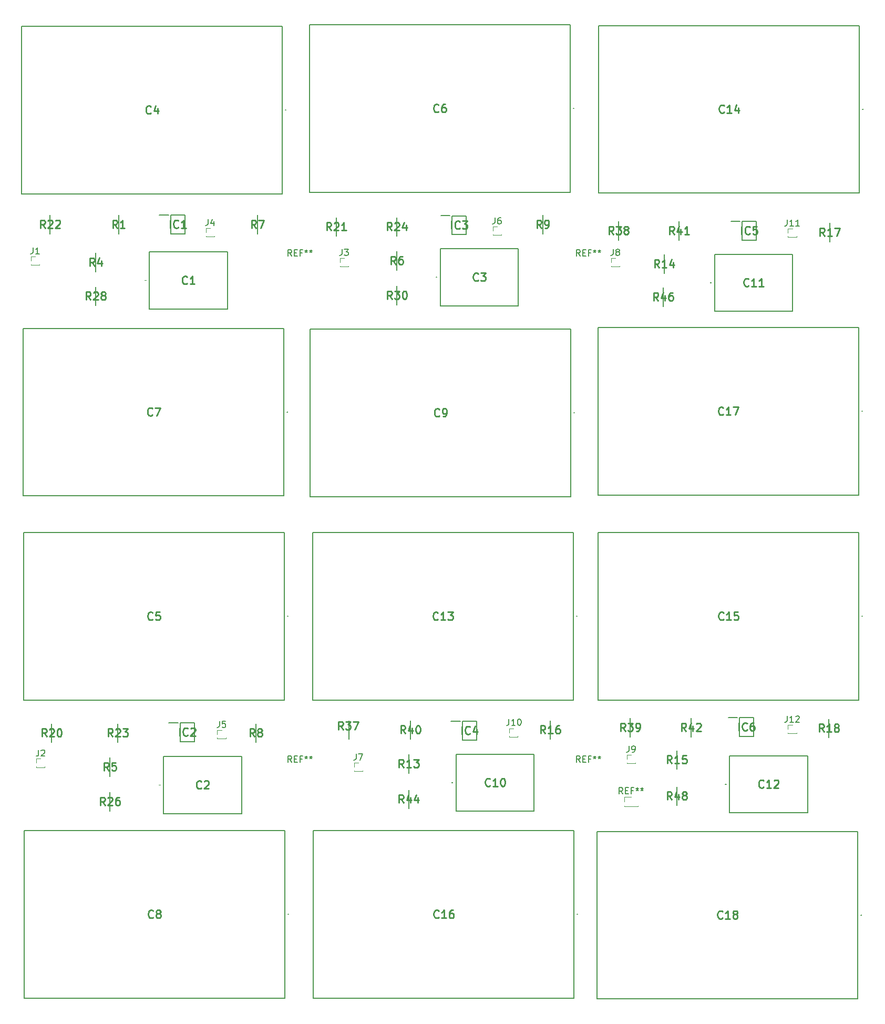
<source format=gbr>
%TF.GenerationSoftware,KiCad,Pcbnew,(5.1.10)-1*%
%TF.CreationDate,2021-08-16T11:24:17+03:00*%
%TF.ProjectId,LPF-AD823AN-valmis,4c50462d-4144-4383-9233-414e2d76616c,rev?*%
%TF.SameCoordinates,Original*%
%TF.FileFunction,Legend,Top*%
%TF.FilePolarity,Positive*%
%FSLAX46Y46*%
G04 Gerber Fmt 4.6, Leading zero omitted, Abs format (unit mm)*
G04 Created by KiCad (PCBNEW (5.1.10)-1) date 2021-08-16 11:24:17*
%MOMM*%
%LPD*%
G01*
G04 APERTURE LIST*
%ADD10C,0.120000*%
%ADD11C,0.200000*%
%ADD12C,0.150000*%
%ADD13C,0.254000*%
G04 APERTURE END LIST*
D10*
%TO.C,REF\u002A\u002A*%
X117762000Y-139194000D02*
X118872000Y-139194000D01*
X117762000Y-139954000D02*
X117762000Y-139194000D01*
X119435471Y-140714000D02*
X119982000Y-140714000D01*
X117762000Y-140714000D02*
X118308529Y-140714000D01*
X119982000Y-140714000D02*
X119982000Y-140649000D01*
X117762000Y-140714000D02*
X117762000Y-140649000D01*
X117762000Y-140714000D02*
X119982000Y-140714000D01*
D11*
%TO.C,R48*%
X126238000Y-137565000D02*
X126238000Y-140565000D01*
%TO.C,R46*%
X124066000Y-57174000D02*
X124066000Y-60174000D01*
%TO.C,R44*%
X83045000Y-138073000D02*
X83045000Y-141073000D01*
%TO.C,R42*%
X128537000Y-126516000D02*
X128537000Y-129516000D01*
%TO.C,R41*%
X126619000Y-46506000D02*
X126619000Y-49506000D01*
%TO.C,R40*%
X83312000Y-126897000D02*
X83312000Y-129897000D01*
%TO.C,R39*%
X118745000Y-126516000D02*
X118745000Y-129516000D01*
%TO.C,R38*%
X116853000Y-46506000D02*
X116853000Y-49506000D01*
%TO.C,R37*%
X73406000Y-126897000D02*
X73406000Y-129897000D01*
%TO.C,R30*%
X81153000Y-56920000D02*
X81153000Y-59920000D01*
%TO.C,R28*%
X32626000Y-57047000D02*
X32626000Y-60047000D01*
%TO.C,R26*%
X34938000Y-138454000D02*
X34938000Y-141454000D01*
%TO.C,R24*%
X81140000Y-45871000D02*
X81140000Y-48871000D01*
%TO.C,R23*%
X36182000Y-127405000D02*
X36182000Y-130405000D01*
%TO.C,R22*%
X25286000Y-45490000D02*
X25286000Y-48490000D01*
%TO.C,R21*%
X71374000Y-45871000D02*
X71374000Y-48871000D01*
%TO.C,R20*%
X25527000Y-127405000D02*
X25527000Y-130405000D01*
%TO.C,R18*%
X150749000Y-129643000D02*
X150749000Y-126643000D01*
%TO.C,R17*%
X150863000Y-49760000D02*
X150863000Y-46760000D01*
%TO.C,R16*%
X105841500Y-129897000D02*
X105841500Y-126897000D01*
%TO.C,R15*%
X126238000Y-134723000D02*
X126238000Y-131723000D01*
%TO.C,R14*%
X124206000Y-54840000D02*
X124206000Y-51840000D01*
%TO.C,R13*%
X83045000Y-135358000D02*
X83045000Y-132358000D01*
%TO.C,R9*%
X104635000Y-48490000D02*
X104635000Y-45490000D01*
%TO.C,R8*%
X58420000Y-130405000D02*
X58420000Y-127405000D01*
%TO.C,R7*%
X58661000Y-48490000D02*
X58661000Y-45490000D01*
%TO.C,R6*%
X81153000Y-54332000D02*
X81153000Y-51332000D01*
%TO.C,R5*%
X34938000Y-135866000D02*
X34938000Y-132866000D01*
%TO.C,R4*%
X32639000Y-54586000D02*
X32639000Y-51586000D01*
%TO.C,R1*%
X36309000Y-48490000D02*
X36309000Y-45490000D01*
%TO.C,IC6*%
X134525000Y-126395000D02*
X135975000Y-126395000D01*
X136325000Y-129445000D02*
X136325000Y-126445000D01*
X138625000Y-129445000D02*
X136325000Y-129445000D01*
X138625000Y-126445000D02*
X138625000Y-129445000D01*
X136325000Y-126445000D02*
X138625000Y-126445000D01*
%TO.C,IC5*%
X134972000Y-46456000D02*
X136422000Y-46456000D01*
X136772000Y-49506000D02*
X136772000Y-46506000D01*
X139072000Y-49506000D02*
X136772000Y-49506000D01*
X139072000Y-46506000D02*
X139072000Y-49506000D01*
X136772000Y-46506000D02*
X139072000Y-46506000D01*
%TO.C,IC4*%
X89887000Y-126974000D02*
X91337000Y-126974000D01*
X91687000Y-130024000D02*
X91687000Y-127024000D01*
X93987000Y-130024000D02*
X91687000Y-130024000D01*
X93987000Y-127024000D02*
X93987000Y-130024000D01*
X91687000Y-127024000D02*
X93987000Y-127024000D01*
%TO.C,IC3*%
X88236000Y-45567000D02*
X89686000Y-45567000D01*
X90036000Y-48617000D02*
X90036000Y-45617000D01*
X92336000Y-48617000D02*
X90036000Y-48617000D01*
X92336000Y-45617000D02*
X92336000Y-48617000D01*
X90036000Y-45617000D02*
X92336000Y-45617000D01*
%TO.C,IC2*%
X44421000Y-127228000D02*
X45871000Y-127228000D01*
X46221000Y-130278000D02*
X46221000Y-127278000D01*
X48521000Y-130278000D02*
X46221000Y-130278000D01*
X48521000Y-127278000D02*
X48521000Y-130278000D01*
X46221000Y-127278000D02*
X48521000Y-127278000D01*
%TO.C,IC1*%
X42897000Y-45440000D02*
X44347000Y-45440000D01*
X44697000Y-48490000D02*
X44697000Y-45490000D01*
X46997000Y-48490000D02*
X44697000Y-48490000D01*
X46997000Y-45490000D02*
X46997000Y-48490000D01*
X44697000Y-45490000D02*
X46997000Y-45490000D01*
%TO.C,C12*%
X134737000Y-132560000D02*
X147337000Y-132560000D01*
X147337000Y-132560000D02*
X147337000Y-141760000D01*
X147337000Y-141760000D02*
X134737000Y-141760000D01*
X134737000Y-141760000D02*
X134737000Y-132560000D01*
X134087000Y-137160000D02*
X134087000Y-137160000D01*
X134187000Y-137160000D02*
X134187000Y-137160000D01*
X134087000Y-137160000D02*
X134087000Y-137160000D01*
X134187000Y-137160000D02*
G75*
G02*
X134087000Y-137160000I-50000J0D01*
G01*
X134087000Y-137160000D02*
G75*
G02*
X134187000Y-137160000I50000J0D01*
G01*
X134187000Y-137160000D02*
G75*
G02*
X134087000Y-137160000I-50000J0D01*
G01*
%TO.C,C11*%
X132324000Y-51788000D02*
X144924000Y-51788000D01*
X144924000Y-51788000D02*
X144924000Y-60988000D01*
X144924000Y-60988000D02*
X132324000Y-60988000D01*
X132324000Y-60988000D02*
X132324000Y-51788000D01*
X131674000Y-56388000D02*
X131674000Y-56388000D01*
X131774000Y-56388000D02*
X131774000Y-56388000D01*
X131674000Y-56388000D02*
X131674000Y-56388000D01*
X131774000Y-56388000D02*
G75*
G02*
X131674000Y-56388000I-50000J0D01*
G01*
X131674000Y-56388000D02*
G75*
G02*
X131774000Y-56388000I50000J0D01*
G01*
X131774000Y-56388000D02*
G75*
G02*
X131674000Y-56388000I-50000J0D01*
G01*
%TO.C,C10*%
X90668000Y-132306000D02*
X103268000Y-132306000D01*
X103268000Y-132306000D02*
X103268000Y-141506000D01*
X103268000Y-141506000D02*
X90668000Y-141506000D01*
X90668000Y-141506000D02*
X90668000Y-132306000D01*
X90018000Y-136906000D02*
X90018000Y-136906000D01*
X90118000Y-136906000D02*
X90118000Y-136906000D01*
X90018000Y-136906000D02*
X90018000Y-136906000D01*
X90118000Y-136906000D02*
G75*
G02*
X90018000Y-136906000I-50000J0D01*
G01*
X90018000Y-136906000D02*
G75*
G02*
X90118000Y-136906000I50000J0D01*
G01*
X90118000Y-136906000D02*
G75*
G02*
X90018000Y-136906000I-50000J0D01*
G01*
%TO.C,C3*%
X88128000Y-50899000D02*
X100728000Y-50899000D01*
X100728000Y-50899000D02*
X100728000Y-60099000D01*
X100728000Y-60099000D02*
X88128000Y-60099000D01*
X88128000Y-60099000D02*
X88128000Y-50899000D01*
X87478000Y-55499000D02*
X87478000Y-55499000D01*
X87578000Y-55499000D02*
X87578000Y-55499000D01*
X87478000Y-55499000D02*
X87478000Y-55499000D01*
X87578000Y-55499000D02*
G75*
G02*
X87478000Y-55499000I-50000J0D01*
G01*
X87478000Y-55499000D02*
G75*
G02*
X87578000Y-55499000I50000J0D01*
G01*
X87578000Y-55499000D02*
G75*
G02*
X87478000Y-55499000I-50000J0D01*
G01*
%TO.C,C2*%
X43551000Y-132687000D02*
X56151000Y-132687000D01*
X56151000Y-132687000D02*
X56151000Y-141887000D01*
X56151000Y-141887000D02*
X43551000Y-141887000D01*
X43551000Y-141887000D02*
X43551000Y-132687000D01*
X42901000Y-137287000D02*
X42901000Y-137287000D01*
X43001000Y-137287000D02*
X43001000Y-137287000D01*
X42901000Y-137287000D02*
X42901000Y-137287000D01*
X43001000Y-137287000D02*
G75*
G02*
X42901000Y-137287000I-50000J0D01*
G01*
X42901000Y-137287000D02*
G75*
G02*
X43001000Y-137287000I50000J0D01*
G01*
X43001000Y-137287000D02*
G75*
G02*
X42901000Y-137287000I-50000J0D01*
G01*
%TO.C,C1*%
X41265000Y-51407000D02*
X53865000Y-51407000D01*
X53865000Y-51407000D02*
X53865000Y-60607000D01*
X53865000Y-60607000D02*
X41265000Y-60607000D01*
X41265000Y-60607000D02*
X41265000Y-51407000D01*
X40615000Y-56007000D02*
X40615000Y-56007000D01*
X40715000Y-56007000D02*
X40715000Y-56007000D01*
X40615000Y-56007000D02*
X40615000Y-56007000D01*
X40715000Y-56007000D02*
G75*
G02*
X40615000Y-56007000I-50000J0D01*
G01*
X40615000Y-56007000D02*
G75*
G02*
X40715000Y-56007000I50000J0D01*
G01*
X40715000Y-56007000D02*
G75*
G02*
X40615000Y-56007000I-50000J0D01*
G01*
D10*
%TO.C,J12*%
X144148500Y-127585000D02*
X144843500Y-127585000D01*
X144148500Y-128270000D02*
X144148500Y-127585000D01*
X145451776Y-128955000D02*
X145538500Y-128955000D01*
X144148500Y-128955000D02*
X144235224Y-128955000D01*
X145538500Y-128955000D02*
X145538500Y-128830000D01*
X144148500Y-128955000D02*
X144148500Y-128830000D01*
X144148500Y-128955000D02*
X145538500Y-128955000D01*
%TO.C,J11*%
X144148500Y-47638500D02*
X144843500Y-47638500D01*
X144148500Y-48323500D02*
X144148500Y-47638500D01*
X145451776Y-49008500D02*
X145538500Y-49008500D01*
X144148500Y-49008500D02*
X144235224Y-49008500D01*
X145538500Y-49008500D02*
X145538500Y-48883500D01*
X144148500Y-49008500D02*
X144148500Y-48883500D01*
X144148500Y-49008500D02*
X145538500Y-49008500D01*
%TO.C,J10*%
X99254000Y-128156500D02*
X99949000Y-128156500D01*
X99254000Y-128841500D02*
X99254000Y-128156500D01*
X100557276Y-129526500D02*
X100644000Y-129526500D01*
X99254000Y-129526500D02*
X99340724Y-129526500D01*
X100644000Y-129526500D02*
X100644000Y-129401500D01*
X99254000Y-129526500D02*
X99254000Y-129401500D01*
X99254000Y-129526500D02*
X100644000Y-129526500D01*
%TO.C,J9*%
X118177000Y-132411000D02*
X118872000Y-132411000D01*
X118177000Y-133096000D02*
X118177000Y-132411000D01*
X119480276Y-133781000D02*
X119567000Y-133781000D01*
X118177000Y-133781000D02*
X118263724Y-133781000D01*
X119567000Y-133781000D02*
X119567000Y-133656000D01*
X118177000Y-133781000D02*
X118177000Y-133656000D01*
X118177000Y-133781000D02*
X119567000Y-133781000D01*
%TO.C,J8*%
X115637000Y-52401000D02*
X116332000Y-52401000D01*
X115637000Y-53086000D02*
X115637000Y-52401000D01*
X116940276Y-53771000D02*
X117027000Y-53771000D01*
X115637000Y-53771000D02*
X115723724Y-53771000D01*
X117027000Y-53771000D02*
X117027000Y-53646000D01*
X115637000Y-53771000D02*
X115637000Y-53646000D01*
X115637000Y-53771000D02*
X117027000Y-53771000D01*
%TO.C,J7*%
X74235000Y-133681000D02*
X74930000Y-133681000D01*
X74235000Y-134366000D02*
X74235000Y-133681000D01*
X75538276Y-135051000D02*
X75625000Y-135051000D01*
X74235000Y-135051000D02*
X74321724Y-135051000D01*
X75625000Y-135051000D02*
X75625000Y-134926000D01*
X74235000Y-135051000D02*
X74235000Y-134926000D01*
X74235000Y-135051000D02*
X75625000Y-135051000D01*
%TO.C,J6*%
X96587000Y-47321000D02*
X97282000Y-47321000D01*
X96587000Y-48006000D02*
X96587000Y-47321000D01*
X97890276Y-48691000D02*
X97977000Y-48691000D01*
X96587000Y-48691000D02*
X96673724Y-48691000D01*
X97977000Y-48691000D02*
X97977000Y-48566000D01*
X96587000Y-48691000D02*
X96587000Y-48566000D01*
X96587000Y-48691000D02*
X97977000Y-48691000D01*
%TO.C,J5*%
X52200500Y-128410500D02*
X52895500Y-128410500D01*
X52200500Y-129095500D02*
X52200500Y-128410500D01*
X53503776Y-129780500D02*
X53590500Y-129780500D01*
X52200500Y-129780500D02*
X52287224Y-129780500D01*
X53590500Y-129780500D02*
X53590500Y-129655500D01*
X52200500Y-129780500D02*
X52200500Y-129655500D01*
X52200500Y-129780500D02*
X53590500Y-129780500D01*
%TO.C,J4*%
X50359000Y-47575000D02*
X51054000Y-47575000D01*
X50359000Y-48260000D02*
X50359000Y-47575000D01*
X51662276Y-48945000D02*
X51749000Y-48945000D01*
X50359000Y-48945000D02*
X50445724Y-48945000D01*
X51749000Y-48945000D02*
X51749000Y-48820000D01*
X50359000Y-48945000D02*
X50359000Y-48820000D01*
X50359000Y-48945000D02*
X51749000Y-48945000D01*
%TO.C,J3*%
X71949000Y-52401000D02*
X72644000Y-52401000D01*
X71949000Y-53086000D02*
X71949000Y-52401000D01*
X73252276Y-53771000D02*
X73339000Y-53771000D01*
X71949000Y-53771000D02*
X72035724Y-53771000D01*
X73339000Y-53771000D02*
X73339000Y-53646000D01*
X71949000Y-53771000D02*
X71949000Y-53646000D01*
X71949000Y-53771000D02*
X73339000Y-53771000D01*
%TO.C,J2*%
X23054000Y-133046000D02*
X23749000Y-133046000D01*
X23054000Y-133731000D02*
X23054000Y-133046000D01*
X24357276Y-134416000D02*
X24444000Y-134416000D01*
X23054000Y-134416000D02*
X23140724Y-134416000D01*
X24444000Y-134416000D02*
X24444000Y-134291000D01*
X23054000Y-134416000D02*
X23054000Y-134291000D01*
X23054000Y-134416000D02*
X24444000Y-134416000D01*
%TO.C,J1*%
X22165000Y-52147000D02*
X22860000Y-52147000D01*
X22165000Y-52832000D02*
X22165000Y-52147000D01*
X23468276Y-53517000D02*
X23555000Y-53517000D01*
X22165000Y-53517000D02*
X22251724Y-53517000D01*
X23555000Y-53517000D02*
X23555000Y-53392000D01*
X22165000Y-53517000D02*
X22165000Y-53392000D01*
X22165000Y-53517000D02*
X23555000Y-53517000D01*
D11*
%TO.C,C4*%
X63302000Y-28575000D02*
X63302000Y-28575000D01*
X63202000Y-28575000D02*
X63202000Y-28575000D01*
X63302000Y-28575000D02*
X63302000Y-28575000D01*
X62702000Y-42075000D02*
X62702000Y-15075000D01*
X20702000Y-42075000D02*
X62702000Y-42075000D01*
X20702000Y-15075000D02*
X20702000Y-42075000D01*
X62702000Y-15075000D02*
X20702000Y-15075000D01*
X63202000Y-28575000D02*
G75*
G02*
X63302000Y-28575000I50000J0D01*
G01*
X63302000Y-28575000D02*
G75*
G02*
X63202000Y-28575000I-50000J0D01*
G01*
X63202000Y-28575000D02*
G75*
G02*
X63302000Y-28575000I50000J0D01*
G01*
%TO.C,C5*%
X63591000Y-110109000D02*
X63591000Y-110109000D01*
X63491000Y-110109000D02*
X63491000Y-110109000D01*
X63591000Y-110109000D02*
X63591000Y-110109000D01*
X62991000Y-123609000D02*
X62991000Y-96609000D01*
X20991000Y-123609000D02*
X62991000Y-123609000D01*
X20991000Y-96609000D02*
X20991000Y-123609000D01*
X62991000Y-96609000D02*
X20991000Y-96609000D01*
X63491000Y-110109000D02*
G75*
G02*
X63591000Y-110109000I50000J0D01*
G01*
X63591000Y-110109000D02*
G75*
G02*
X63491000Y-110109000I-50000J0D01*
G01*
X63491000Y-110109000D02*
G75*
G02*
X63591000Y-110109000I50000J0D01*
G01*
%TO.C,C6*%
X109057000Y-14821000D02*
X67057000Y-14821000D01*
X67057000Y-14821000D02*
X67057000Y-41821000D01*
X67057000Y-41821000D02*
X109057000Y-41821000D01*
X109057000Y-41821000D02*
X109057000Y-14821000D01*
X109657000Y-28321000D02*
X109657000Y-28321000D01*
X109557000Y-28321000D02*
X109557000Y-28321000D01*
X109657000Y-28321000D02*
X109657000Y-28321000D01*
X109557000Y-28321000D02*
G75*
G02*
X109657000Y-28321000I50000J0D01*
G01*
X109657000Y-28321000D02*
G75*
G02*
X109557000Y-28321000I-50000J0D01*
G01*
X109557000Y-28321000D02*
G75*
G02*
X109657000Y-28321000I50000J0D01*
G01*
%TO.C,C7*%
X62956000Y-63716000D02*
X20956000Y-63716000D01*
X20956000Y-63716000D02*
X20956000Y-90716000D01*
X20956000Y-90716000D02*
X62956000Y-90716000D01*
X62956000Y-90716000D02*
X62956000Y-63716000D01*
X63556000Y-77216000D02*
X63556000Y-77216000D01*
X63456000Y-77216000D02*
X63456000Y-77216000D01*
X63556000Y-77216000D02*
X63556000Y-77216000D01*
X63456000Y-77216000D02*
G75*
G02*
X63556000Y-77216000I50000J0D01*
G01*
X63556000Y-77216000D02*
G75*
G02*
X63456000Y-77216000I-50000J0D01*
G01*
X63456000Y-77216000D02*
G75*
G02*
X63556000Y-77216000I50000J0D01*
G01*
%TO.C,C8*%
X63083000Y-144615000D02*
X21083000Y-144615000D01*
X21083000Y-144615000D02*
X21083000Y-171615000D01*
X21083000Y-171615000D02*
X63083000Y-171615000D01*
X63083000Y-171615000D02*
X63083000Y-144615000D01*
X63683000Y-158115000D02*
X63683000Y-158115000D01*
X63583000Y-158115000D02*
X63583000Y-158115000D01*
X63683000Y-158115000D02*
X63683000Y-158115000D01*
X63583000Y-158115000D02*
G75*
G02*
X63683000Y-158115000I50000J0D01*
G01*
X63683000Y-158115000D02*
G75*
G02*
X63583000Y-158115000I-50000J0D01*
G01*
X63583000Y-158115000D02*
G75*
G02*
X63683000Y-158115000I50000J0D01*
G01*
%TO.C,C9*%
X109784000Y-77343000D02*
X109784000Y-77343000D01*
X109684000Y-77343000D02*
X109684000Y-77343000D01*
X109784000Y-77343000D02*
X109784000Y-77343000D01*
X109184000Y-90843000D02*
X109184000Y-63843000D01*
X67184000Y-90843000D02*
X109184000Y-90843000D01*
X67184000Y-63843000D02*
X67184000Y-90843000D01*
X109184000Y-63843000D02*
X67184000Y-63843000D01*
X109684000Y-77343000D02*
G75*
G02*
X109784000Y-77343000I50000J0D01*
G01*
X109784000Y-77343000D02*
G75*
G02*
X109684000Y-77343000I-50000J0D01*
G01*
X109684000Y-77343000D02*
G75*
G02*
X109784000Y-77343000I50000J0D01*
G01*
%TO.C,C13*%
X110165000Y-110109000D02*
X110165000Y-110109000D01*
X110065000Y-110109000D02*
X110065000Y-110109000D01*
X110165000Y-110109000D02*
X110165000Y-110109000D01*
X109565000Y-123609000D02*
X109565000Y-96609000D01*
X67565000Y-123609000D02*
X109565000Y-123609000D01*
X67565000Y-96609000D02*
X67565000Y-123609000D01*
X109565000Y-96609000D02*
X67565000Y-96609000D01*
X110065000Y-110109000D02*
G75*
G02*
X110165000Y-110109000I50000J0D01*
G01*
X110165000Y-110109000D02*
G75*
G02*
X110065000Y-110109000I-50000J0D01*
G01*
X110065000Y-110109000D02*
G75*
G02*
X110165000Y-110109000I50000J0D01*
G01*
%TO.C,C14*%
X156266000Y-28448000D02*
X156266000Y-28448000D01*
X156166000Y-28448000D02*
X156166000Y-28448000D01*
X156266000Y-28448000D02*
X156266000Y-28448000D01*
X155666000Y-41948000D02*
X155666000Y-14948000D01*
X113666000Y-41948000D02*
X155666000Y-41948000D01*
X113666000Y-14948000D02*
X113666000Y-41948000D01*
X155666000Y-14948000D02*
X113666000Y-14948000D01*
X156166000Y-28448000D02*
G75*
G02*
X156266000Y-28448000I50000J0D01*
G01*
X156266000Y-28448000D02*
G75*
G02*
X156166000Y-28448000I-50000J0D01*
G01*
X156166000Y-28448000D02*
G75*
G02*
X156266000Y-28448000I50000J0D01*
G01*
%TO.C,C15*%
X155574000Y-96609000D02*
X113574000Y-96609000D01*
X113574000Y-96609000D02*
X113574000Y-123609000D01*
X113574000Y-123609000D02*
X155574000Y-123609000D01*
X155574000Y-123609000D02*
X155574000Y-96609000D01*
X156174000Y-110109000D02*
X156174000Y-110109000D01*
X156074000Y-110109000D02*
X156074000Y-110109000D01*
X156174000Y-110109000D02*
X156174000Y-110109000D01*
X156074000Y-110109000D02*
G75*
G02*
X156174000Y-110109000I50000J0D01*
G01*
X156174000Y-110109000D02*
G75*
G02*
X156074000Y-110109000I-50000J0D01*
G01*
X156074000Y-110109000D02*
G75*
G02*
X156174000Y-110109000I50000J0D01*
G01*
%TO.C,C16*%
X109692000Y-144615000D02*
X67692000Y-144615000D01*
X67692000Y-144615000D02*
X67692000Y-171615000D01*
X67692000Y-171615000D02*
X109692000Y-171615000D01*
X109692000Y-171615000D02*
X109692000Y-144615000D01*
X110292000Y-158115000D02*
X110292000Y-158115000D01*
X110192000Y-158115000D02*
X110192000Y-158115000D01*
X110292000Y-158115000D02*
X110292000Y-158115000D01*
X110192000Y-158115000D02*
G75*
G02*
X110292000Y-158115000I50000J0D01*
G01*
X110292000Y-158115000D02*
G75*
G02*
X110192000Y-158115000I-50000J0D01*
G01*
X110192000Y-158115000D02*
G75*
G02*
X110292000Y-158115000I50000J0D01*
G01*
%TO.C,C17*%
X156139000Y-77089000D02*
X156139000Y-77089000D01*
X156039000Y-77089000D02*
X156039000Y-77089000D01*
X156139000Y-77089000D02*
X156139000Y-77089000D01*
X155539000Y-90589000D02*
X155539000Y-63589000D01*
X113539000Y-90589000D02*
X155539000Y-90589000D01*
X113539000Y-63589000D02*
X113539000Y-90589000D01*
X155539000Y-63589000D02*
X113539000Y-63589000D01*
X156039000Y-77089000D02*
G75*
G02*
X156139000Y-77089000I50000J0D01*
G01*
X156139000Y-77089000D02*
G75*
G02*
X156039000Y-77089000I-50000J0D01*
G01*
X156039000Y-77089000D02*
G75*
G02*
X156139000Y-77089000I50000J0D01*
G01*
%TO.C,C18*%
X155412000Y-144742000D02*
X113412000Y-144742000D01*
X113412000Y-144742000D02*
X113412000Y-171742000D01*
X113412000Y-171742000D02*
X155412000Y-171742000D01*
X155412000Y-171742000D02*
X155412000Y-144742000D01*
X156012000Y-158242000D02*
X156012000Y-158242000D01*
X155912000Y-158242000D02*
X155912000Y-158242000D01*
X156012000Y-158242000D02*
X156012000Y-158242000D01*
X155912000Y-158242000D02*
G75*
G02*
X156012000Y-158242000I50000J0D01*
G01*
X156012000Y-158242000D02*
G75*
G02*
X155912000Y-158242000I-50000J0D01*
G01*
X155912000Y-158242000D02*
G75*
G02*
X156012000Y-158242000I50000J0D01*
G01*
%TO.C,REF\u002A\u002A*%
D12*
X117538666Y-138711380D02*
X117205333Y-138235190D01*
X116967238Y-138711380D02*
X116967238Y-137711380D01*
X117348190Y-137711380D01*
X117443428Y-137759000D01*
X117491047Y-137806619D01*
X117538666Y-137901857D01*
X117538666Y-138044714D01*
X117491047Y-138139952D01*
X117443428Y-138187571D01*
X117348190Y-138235190D01*
X116967238Y-138235190D01*
X117967238Y-138187571D02*
X118300571Y-138187571D01*
X118443428Y-138711380D02*
X117967238Y-138711380D01*
X117967238Y-137711380D01*
X118443428Y-137711380D01*
X119205333Y-138187571D02*
X118872000Y-138187571D01*
X118872000Y-138711380D02*
X118872000Y-137711380D01*
X119348190Y-137711380D01*
X119872000Y-137711380D02*
X119872000Y-137949476D01*
X119633904Y-137854238D02*
X119872000Y-137949476D01*
X120110095Y-137854238D01*
X119729142Y-138139952D02*
X119872000Y-137949476D01*
X120014857Y-138139952D01*
X120633904Y-137711380D02*
X120633904Y-137949476D01*
X120395809Y-137854238D02*
X120633904Y-137949476D01*
X120872000Y-137854238D01*
X120491047Y-138139952D02*
X120633904Y-137949476D01*
X120776761Y-138139952D01*
X64198666Y-52078380D02*
X63865333Y-51602190D01*
X63627238Y-52078380D02*
X63627238Y-51078380D01*
X64008190Y-51078380D01*
X64103428Y-51126000D01*
X64151047Y-51173619D01*
X64198666Y-51268857D01*
X64198666Y-51411714D01*
X64151047Y-51506952D01*
X64103428Y-51554571D01*
X64008190Y-51602190D01*
X63627238Y-51602190D01*
X64627238Y-51554571D02*
X64960571Y-51554571D01*
X65103428Y-52078380D02*
X64627238Y-52078380D01*
X64627238Y-51078380D01*
X65103428Y-51078380D01*
X65865333Y-51554571D02*
X65532000Y-51554571D01*
X65532000Y-52078380D02*
X65532000Y-51078380D01*
X66008190Y-51078380D01*
X66532000Y-51078380D02*
X66532000Y-51316476D01*
X66293904Y-51221238D02*
X66532000Y-51316476D01*
X66770095Y-51221238D01*
X66389142Y-51506952D02*
X66532000Y-51316476D01*
X66674857Y-51506952D01*
X67293904Y-51078380D02*
X67293904Y-51316476D01*
X67055809Y-51221238D02*
X67293904Y-51316476D01*
X67532000Y-51221238D01*
X67151047Y-51506952D02*
X67293904Y-51316476D01*
X67436761Y-51506952D01*
X110680666Y-133612380D02*
X110347333Y-133136190D01*
X110109238Y-133612380D02*
X110109238Y-132612380D01*
X110490190Y-132612380D01*
X110585428Y-132660000D01*
X110633047Y-132707619D01*
X110680666Y-132802857D01*
X110680666Y-132945714D01*
X110633047Y-133040952D01*
X110585428Y-133088571D01*
X110490190Y-133136190D01*
X110109238Y-133136190D01*
X111109238Y-133088571D02*
X111442571Y-133088571D01*
X111585428Y-133612380D02*
X111109238Y-133612380D01*
X111109238Y-132612380D01*
X111585428Y-132612380D01*
X112347333Y-133088571D02*
X112014000Y-133088571D01*
X112014000Y-133612380D02*
X112014000Y-132612380D01*
X112490190Y-132612380D01*
X113014000Y-132612380D02*
X113014000Y-132850476D01*
X112775904Y-132755238D02*
X113014000Y-132850476D01*
X113252095Y-132755238D01*
X112871142Y-133040952D02*
X113014000Y-132850476D01*
X113156857Y-133040952D01*
X113775904Y-132612380D02*
X113775904Y-132850476D01*
X113537809Y-132755238D02*
X113775904Y-132850476D01*
X114014000Y-132755238D01*
X113633047Y-133040952D02*
X113775904Y-132850476D01*
X113918761Y-133040952D01*
X64198666Y-133612380D02*
X63865333Y-133136190D01*
X63627238Y-133612380D02*
X63627238Y-132612380D01*
X64008190Y-132612380D01*
X64103428Y-132660000D01*
X64151047Y-132707619D01*
X64198666Y-132802857D01*
X64198666Y-132945714D01*
X64151047Y-133040952D01*
X64103428Y-133088571D01*
X64008190Y-133136190D01*
X63627238Y-133136190D01*
X64627238Y-133088571D02*
X64960571Y-133088571D01*
X65103428Y-133612380D02*
X64627238Y-133612380D01*
X64627238Y-132612380D01*
X65103428Y-132612380D01*
X65865333Y-133088571D02*
X65532000Y-133088571D01*
X65532000Y-133612380D02*
X65532000Y-132612380D01*
X66008190Y-132612380D01*
X66532000Y-132612380D02*
X66532000Y-132850476D01*
X66293904Y-132755238D02*
X66532000Y-132850476D01*
X66770095Y-132755238D01*
X66389142Y-133040952D02*
X66532000Y-132850476D01*
X66674857Y-133040952D01*
X67293904Y-132612380D02*
X67293904Y-132850476D01*
X67055809Y-132755238D02*
X67293904Y-132850476D01*
X67532000Y-132755238D01*
X67151047Y-133040952D02*
X67293904Y-132850476D01*
X67436761Y-133040952D01*
X110680666Y-52078380D02*
X110347333Y-51602190D01*
X110109238Y-52078380D02*
X110109238Y-51078380D01*
X110490190Y-51078380D01*
X110585428Y-51126000D01*
X110633047Y-51173619D01*
X110680666Y-51268857D01*
X110680666Y-51411714D01*
X110633047Y-51506952D01*
X110585428Y-51554571D01*
X110490190Y-51602190D01*
X110109238Y-51602190D01*
X111109238Y-51554571D02*
X111442571Y-51554571D01*
X111585428Y-52078380D02*
X111109238Y-52078380D01*
X111109238Y-51078380D01*
X111585428Y-51078380D01*
X112347333Y-51554571D02*
X112014000Y-51554571D01*
X112014000Y-52078380D02*
X112014000Y-51078380D01*
X112490190Y-51078380D01*
X113014000Y-51078380D02*
X113014000Y-51316476D01*
X112775904Y-51221238D02*
X113014000Y-51316476D01*
X113252095Y-51221238D01*
X112871142Y-51506952D02*
X113014000Y-51316476D01*
X113156857Y-51506952D01*
X113775904Y-51078380D02*
X113775904Y-51316476D01*
X113537809Y-51221238D02*
X113775904Y-51316476D01*
X114014000Y-51221238D01*
X113633047Y-51506952D02*
X113775904Y-51316476D01*
X113918761Y-51506952D01*
%TO.C,R48*%
D13*
X125421571Y-139639523D02*
X124998238Y-139034761D01*
X124695857Y-139639523D02*
X124695857Y-138369523D01*
X125179666Y-138369523D01*
X125300619Y-138430000D01*
X125361095Y-138490476D01*
X125421571Y-138611428D01*
X125421571Y-138792857D01*
X125361095Y-138913809D01*
X125300619Y-138974285D01*
X125179666Y-139034761D01*
X124695857Y-139034761D01*
X126510142Y-138792857D02*
X126510142Y-139639523D01*
X126207761Y-138309047D02*
X125905380Y-139216190D01*
X126691571Y-139216190D01*
X127356809Y-138913809D02*
X127235857Y-138853333D01*
X127175380Y-138792857D01*
X127114904Y-138671904D01*
X127114904Y-138611428D01*
X127175380Y-138490476D01*
X127235857Y-138430000D01*
X127356809Y-138369523D01*
X127598714Y-138369523D01*
X127719666Y-138430000D01*
X127780142Y-138490476D01*
X127840619Y-138611428D01*
X127840619Y-138671904D01*
X127780142Y-138792857D01*
X127719666Y-138853333D01*
X127598714Y-138913809D01*
X127356809Y-138913809D01*
X127235857Y-138974285D01*
X127175380Y-139034761D01*
X127114904Y-139155714D01*
X127114904Y-139397619D01*
X127175380Y-139518571D01*
X127235857Y-139579047D01*
X127356809Y-139639523D01*
X127598714Y-139639523D01*
X127719666Y-139579047D01*
X127780142Y-139518571D01*
X127840619Y-139397619D01*
X127840619Y-139155714D01*
X127780142Y-139034761D01*
X127719666Y-138974285D01*
X127598714Y-138913809D01*
%TO.C,R46*%
X123249571Y-59248523D02*
X122826238Y-58643761D01*
X122523857Y-59248523D02*
X122523857Y-57978523D01*
X123007666Y-57978523D01*
X123128619Y-58039000D01*
X123189095Y-58099476D01*
X123249571Y-58220428D01*
X123249571Y-58401857D01*
X123189095Y-58522809D01*
X123128619Y-58583285D01*
X123007666Y-58643761D01*
X122523857Y-58643761D01*
X124338142Y-58401857D02*
X124338142Y-59248523D01*
X124035761Y-57918047D02*
X123733380Y-58825190D01*
X124519571Y-58825190D01*
X125547666Y-57978523D02*
X125305761Y-57978523D01*
X125184809Y-58039000D01*
X125124333Y-58099476D01*
X125003380Y-58280904D01*
X124942904Y-58522809D01*
X124942904Y-59006619D01*
X125003380Y-59127571D01*
X125063857Y-59188047D01*
X125184809Y-59248523D01*
X125426714Y-59248523D01*
X125547666Y-59188047D01*
X125608142Y-59127571D01*
X125668619Y-59006619D01*
X125668619Y-58704238D01*
X125608142Y-58583285D01*
X125547666Y-58522809D01*
X125426714Y-58462333D01*
X125184809Y-58462333D01*
X125063857Y-58522809D01*
X125003380Y-58583285D01*
X124942904Y-58704238D01*
%TO.C,R44*%
X82228571Y-140147523D02*
X81805238Y-139542761D01*
X81502857Y-140147523D02*
X81502857Y-138877523D01*
X81986666Y-138877523D01*
X82107619Y-138938000D01*
X82168095Y-138998476D01*
X82228571Y-139119428D01*
X82228571Y-139300857D01*
X82168095Y-139421809D01*
X82107619Y-139482285D01*
X81986666Y-139542761D01*
X81502857Y-139542761D01*
X83317142Y-139300857D02*
X83317142Y-140147523D01*
X83014761Y-138817047D02*
X82712380Y-139724190D01*
X83498571Y-139724190D01*
X84526666Y-139300857D02*
X84526666Y-140147523D01*
X84224285Y-138817047D02*
X83921904Y-139724190D01*
X84708095Y-139724190D01*
%TO.C,R42*%
X127720571Y-128590523D02*
X127297238Y-127985761D01*
X126994857Y-128590523D02*
X126994857Y-127320523D01*
X127478666Y-127320523D01*
X127599619Y-127381000D01*
X127660095Y-127441476D01*
X127720571Y-127562428D01*
X127720571Y-127743857D01*
X127660095Y-127864809D01*
X127599619Y-127925285D01*
X127478666Y-127985761D01*
X126994857Y-127985761D01*
X128809142Y-127743857D02*
X128809142Y-128590523D01*
X128506761Y-127260047D02*
X128204380Y-128167190D01*
X128990571Y-128167190D01*
X129413904Y-127441476D02*
X129474380Y-127381000D01*
X129595333Y-127320523D01*
X129897714Y-127320523D01*
X130018666Y-127381000D01*
X130079142Y-127441476D01*
X130139619Y-127562428D01*
X130139619Y-127683380D01*
X130079142Y-127864809D01*
X129353428Y-128590523D01*
X130139619Y-128590523D01*
%TO.C,R41*%
X125802571Y-48580523D02*
X125379238Y-47975761D01*
X125076857Y-48580523D02*
X125076857Y-47310523D01*
X125560666Y-47310523D01*
X125681619Y-47371000D01*
X125742095Y-47431476D01*
X125802571Y-47552428D01*
X125802571Y-47733857D01*
X125742095Y-47854809D01*
X125681619Y-47915285D01*
X125560666Y-47975761D01*
X125076857Y-47975761D01*
X126891142Y-47733857D02*
X126891142Y-48580523D01*
X126588761Y-47250047D02*
X126286380Y-48157190D01*
X127072571Y-48157190D01*
X128221619Y-48580523D02*
X127495904Y-48580523D01*
X127858761Y-48580523D02*
X127858761Y-47310523D01*
X127737809Y-47491952D01*
X127616857Y-47612904D01*
X127495904Y-47673380D01*
%TO.C,R40*%
X82495571Y-128971523D02*
X82072238Y-128366761D01*
X81769857Y-128971523D02*
X81769857Y-127701523D01*
X82253666Y-127701523D01*
X82374619Y-127762000D01*
X82435095Y-127822476D01*
X82495571Y-127943428D01*
X82495571Y-128124857D01*
X82435095Y-128245809D01*
X82374619Y-128306285D01*
X82253666Y-128366761D01*
X81769857Y-128366761D01*
X83584142Y-128124857D02*
X83584142Y-128971523D01*
X83281761Y-127641047D02*
X82979380Y-128548190D01*
X83765571Y-128548190D01*
X84491285Y-127701523D02*
X84612238Y-127701523D01*
X84733190Y-127762000D01*
X84793666Y-127822476D01*
X84854142Y-127943428D01*
X84914619Y-128185333D01*
X84914619Y-128487714D01*
X84854142Y-128729619D01*
X84793666Y-128850571D01*
X84733190Y-128911047D01*
X84612238Y-128971523D01*
X84491285Y-128971523D01*
X84370333Y-128911047D01*
X84309857Y-128850571D01*
X84249380Y-128729619D01*
X84188904Y-128487714D01*
X84188904Y-128185333D01*
X84249380Y-127943428D01*
X84309857Y-127822476D01*
X84370333Y-127762000D01*
X84491285Y-127701523D01*
%TO.C,R39*%
X117928571Y-128590523D02*
X117505238Y-127985761D01*
X117202857Y-128590523D02*
X117202857Y-127320523D01*
X117686666Y-127320523D01*
X117807619Y-127381000D01*
X117868095Y-127441476D01*
X117928571Y-127562428D01*
X117928571Y-127743857D01*
X117868095Y-127864809D01*
X117807619Y-127925285D01*
X117686666Y-127985761D01*
X117202857Y-127985761D01*
X118351904Y-127320523D02*
X119138095Y-127320523D01*
X118714761Y-127804333D01*
X118896190Y-127804333D01*
X119017142Y-127864809D01*
X119077619Y-127925285D01*
X119138095Y-128046238D01*
X119138095Y-128348619D01*
X119077619Y-128469571D01*
X119017142Y-128530047D01*
X118896190Y-128590523D01*
X118533333Y-128590523D01*
X118412380Y-128530047D01*
X118351904Y-128469571D01*
X119742857Y-128590523D02*
X119984761Y-128590523D01*
X120105714Y-128530047D01*
X120166190Y-128469571D01*
X120287142Y-128288142D01*
X120347619Y-128046238D01*
X120347619Y-127562428D01*
X120287142Y-127441476D01*
X120226666Y-127381000D01*
X120105714Y-127320523D01*
X119863809Y-127320523D01*
X119742857Y-127381000D01*
X119682380Y-127441476D01*
X119621904Y-127562428D01*
X119621904Y-127864809D01*
X119682380Y-127985761D01*
X119742857Y-128046238D01*
X119863809Y-128106714D01*
X120105714Y-128106714D01*
X120226666Y-128046238D01*
X120287142Y-127985761D01*
X120347619Y-127864809D01*
%TO.C,R38*%
X116036571Y-48580523D02*
X115613238Y-47975761D01*
X115310857Y-48580523D02*
X115310857Y-47310523D01*
X115794666Y-47310523D01*
X115915619Y-47371000D01*
X115976095Y-47431476D01*
X116036571Y-47552428D01*
X116036571Y-47733857D01*
X115976095Y-47854809D01*
X115915619Y-47915285D01*
X115794666Y-47975761D01*
X115310857Y-47975761D01*
X116459904Y-47310523D02*
X117246095Y-47310523D01*
X116822761Y-47794333D01*
X117004190Y-47794333D01*
X117125142Y-47854809D01*
X117185619Y-47915285D01*
X117246095Y-48036238D01*
X117246095Y-48338619D01*
X117185619Y-48459571D01*
X117125142Y-48520047D01*
X117004190Y-48580523D01*
X116641333Y-48580523D01*
X116520380Y-48520047D01*
X116459904Y-48459571D01*
X117971809Y-47854809D02*
X117850857Y-47794333D01*
X117790380Y-47733857D01*
X117729904Y-47612904D01*
X117729904Y-47552428D01*
X117790380Y-47431476D01*
X117850857Y-47371000D01*
X117971809Y-47310523D01*
X118213714Y-47310523D01*
X118334666Y-47371000D01*
X118395142Y-47431476D01*
X118455619Y-47552428D01*
X118455619Y-47612904D01*
X118395142Y-47733857D01*
X118334666Y-47794333D01*
X118213714Y-47854809D01*
X117971809Y-47854809D01*
X117850857Y-47915285D01*
X117790380Y-47975761D01*
X117729904Y-48096714D01*
X117729904Y-48338619D01*
X117790380Y-48459571D01*
X117850857Y-48520047D01*
X117971809Y-48580523D01*
X118213714Y-48580523D01*
X118334666Y-48520047D01*
X118395142Y-48459571D01*
X118455619Y-48338619D01*
X118455619Y-48096714D01*
X118395142Y-47975761D01*
X118334666Y-47915285D01*
X118213714Y-47854809D01*
%TO.C,R37*%
X72462571Y-128336523D02*
X72039238Y-127731761D01*
X71736857Y-128336523D02*
X71736857Y-127066523D01*
X72220666Y-127066523D01*
X72341619Y-127127000D01*
X72402095Y-127187476D01*
X72462571Y-127308428D01*
X72462571Y-127489857D01*
X72402095Y-127610809D01*
X72341619Y-127671285D01*
X72220666Y-127731761D01*
X71736857Y-127731761D01*
X72885904Y-127066523D02*
X73672095Y-127066523D01*
X73248761Y-127550333D01*
X73430190Y-127550333D01*
X73551142Y-127610809D01*
X73611619Y-127671285D01*
X73672095Y-127792238D01*
X73672095Y-128094619D01*
X73611619Y-128215571D01*
X73551142Y-128276047D01*
X73430190Y-128336523D01*
X73067333Y-128336523D01*
X72946380Y-128276047D01*
X72885904Y-128215571D01*
X74095428Y-127066523D02*
X74942095Y-127066523D01*
X74397809Y-128336523D01*
%TO.C,R30*%
X80336571Y-58994523D02*
X79913238Y-58389761D01*
X79610857Y-58994523D02*
X79610857Y-57724523D01*
X80094666Y-57724523D01*
X80215619Y-57785000D01*
X80276095Y-57845476D01*
X80336571Y-57966428D01*
X80336571Y-58147857D01*
X80276095Y-58268809D01*
X80215619Y-58329285D01*
X80094666Y-58389761D01*
X79610857Y-58389761D01*
X80759904Y-57724523D02*
X81546095Y-57724523D01*
X81122761Y-58208333D01*
X81304190Y-58208333D01*
X81425142Y-58268809D01*
X81485619Y-58329285D01*
X81546095Y-58450238D01*
X81546095Y-58752619D01*
X81485619Y-58873571D01*
X81425142Y-58934047D01*
X81304190Y-58994523D01*
X80941333Y-58994523D01*
X80820380Y-58934047D01*
X80759904Y-58873571D01*
X82332285Y-57724523D02*
X82453238Y-57724523D01*
X82574190Y-57785000D01*
X82634666Y-57845476D01*
X82695142Y-57966428D01*
X82755619Y-58208333D01*
X82755619Y-58510714D01*
X82695142Y-58752619D01*
X82634666Y-58873571D01*
X82574190Y-58934047D01*
X82453238Y-58994523D01*
X82332285Y-58994523D01*
X82211333Y-58934047D01*
X82150857Y-58873571D01*
X82090380Y-58752619D01*
X82029904Y-58510714D01*
X82029904Y-58208333D01*
X82090380Y-57966428D01*
X82150857Y-57845476D01*
X82211333Y-57785000D01*
X82332285Y-57724523D01*
%TO.C,R28*%
X31809571Y-59121523D02*
X31386238Y-58516761D01*
X31083857Y-59121523D02*
X31083857Y-57851523D01*
X31567666Y-57851523D01*
X31688619Y-57912000D01*
X31749095Y-57972476D01*
X31809571Y-58093428D01*
X31809571Y-58274857D01*
X31749095Y-58395809D01*
X31688619Y-58456285D01*
X31567666Y-58516761D01*
X31083857Y-58516761D01*
X32293380Y-57972476D02*
X32353857Y-57912000D01*
X32474809Y-57851523D01*
X32777190Y-57851523D01*
X32898142Y-57912000D01*
X32958619Y-57972476D01*
X33019095Y-58093428D01*
X33019095Y-58214380D01*
X32958619Y-58395809D01*
X32232904Y-59121523D01*
X33019095Y-59121523D01*
X33744809Y-58395809D02*
X33623857Y-58335333D01*
X33563380Y-58274857D01*
X33502904Y-58153904D01*
X33502904Y-58093428D01*
X33563380Y-57972476D01*
X33623857Y-57912000D01*
X33744809Y-57851523D01*
X33986714Y-57851523D01*
X34107666Y-57912000D01*
X34168142Y-57972476D01*
X34228619Y-58093428D01*
X34228619Y-58153904D01*
X34168142Y-58274857D01*
X34107666Y-58335333D01*
X33986714Y-58395809D01*
X33744809Y-58395809D01*
X33623857Y-58456285D01*
X33563380Y-58516761D01*
X33502904Y-58637714D01*
X33502904Y-58879619D01*
X33563380Y-59000571D01*
X33623857Y-59061047D01*
X33744809Y-59121523D01*
X33986714Y-59121523D01*
X34107666Y-59061047D01*
X34168142Y-59000571D01*
X34228619Y-58879619D01*
X34228619Y-58637714D01*
X34168142Y-58516761D01*
X34107666Y-58456285D01*
X33986714Y-58395809D01*
%TO.C,R26*%
X34121571Y-140528523D02*
X33698238Y-139923761D01*
X33395857Y-140528523D02*
X33395857Y-139258523D01*
X33879666Y-139258523D01*
X34000619Y-139319000D01*
X34061095Y-139379476D01*
X34121571Y-139500428D01*
X34121571Y-139681857D01*
X34061095Y-139802809D01*
X34000619Y-139863285D01*
X33879666Y-139923761D01*
X33395857Y-139923761D01*
X34605380Y-139379476D02*
X34665857Y-139319000D01*
X34786809Y-139258523D01*
X35089190Y-139258523D01*
X35210142Y-139319000D01*
X35270619Y-139379476D01*
X35331095Y-139500428D01*
X35331095Y-139621380D01*
X35270619Y-139802809D01*
X34544904Y-140528523D01*
X35331095Y-140528523D01*
X36419666Y-139258523D02*
X36177761Y-139258523D01*
X36056809Y-139319000D01*
X35996333Y-139379476D01*
X35875380Y-139560904D01*
X35814904Y-139802809D01*
X35814904Y-140286619D01*
X35875380Y-140407571D01*
X35935857Y-140468047D01*
X36056809Y-140528523D01*
X36298714Y-140528523D01*
X36419666Y-140468047D01*
X36480142Y-140407571D01*
X36540619Y-140286619D01*
X36540619Y-139984238D01*
X36480142Y-139863285D01*
X36419666Y-139802809D01*
X36298714Y-139742333D01*
X36056809Y-139742333D01*
X35935857Y-139802809D01*
X35875380Y-139863285D01*
X35814904Y-139984238D01*
%TO.C,R24*%
X80323571Y-47945523D02*
X79900238Y-47340761D01*
X79597857Y-47945523D02*
X79597857Y-46675523D01*
X80081666Y-46675523D01*
X80202619Y-46736000D01*
X80263095Y-46796476D01*
X80323571Y-46917428D01*
X80323571Y-47098857D01*
X80263095Y-47219809D01*
X80202619Y-47280285D01*
X80081666Y-47340761D01*
X79597857Y-47340761D01*
X80807380Y-46796476D02*
X80867857Y-46736000D01*
X80988809Y-46675523D01*
X81291190Y-46675523D01*
X81412142Y-46736000D01*
X81472619Y-46796476D01*
X81533095Y-46917428D01*
X81533095Y-47038380D01*
X81472619Y-47219809D01*
X80746904Y-47945523D01*
X81533095Y-47945523D01*
X82621666Y-47098857D02*
X82621666Y-47945523D01*
X82319285Y-46615047D02*
X82016904Y-47522190D01*
X82803095Y-47522190D01*
%TO.C,R23*%
X35365571Y-129479523D02*
X34942238Y-128874761D01*
X34639857Y-129479523D02*
X34639857Y-128209523D01*
X35123666Y-128209523D01*
X35244619Y-128270000D01*
X35305095Y-128330476D01*
X35365571Y-128451428D01*
X35365571Y-128632857D01*
X35305095Y-128753809D01*
X35244619Y-128814285D01*
X35123666Y-128874761D01*
X34639857Y-128874761D01*
X35849380Y-128330476D02*
X35909857Y-128270000D01*
X36030809Y-128209523D01*
X36333190Y-128209523D01*
X36454142Y-128270000D01*
X36514619Y-128330476D01*
X36575095Y-128451428D01*
X36575095Y-128572380D01*
X36514619Y-128753809D01*
X35788904Y-129479523D01*
X36575095Y-129479523D01*
X36998428Y-128209523D02*
X37784619Y-128209523D01*
X37361285Y-128693333D01*
X37542714Y-128693333D01*
X37663666Y-128753809D01*
X37724142Y-128814285D01*
X37784619Y-128935238D01*
X37784619Y-129237619D01*
X37724142Y-129358571D01*
X37663666Y-129419047D01*
X37542714Y-129479523D01*
X37179857Y-129479523D01*
X37058904Y-129419047D01*
X36998428Y-129358571D01*
%TO.C,R22*%
X24469571Y-47564523D02*
X24046238Y-46959761D01*
X23743857Y-47564523D02*
X23743857Y-46294523D01*
X24227666Y-46294523D01*
X24348619Y-46355000D01*
X24409095Y-46415476D01*
X24469571Y-46536428D01*
X24469571Y-46717857D01*
X24409095Y-46838809D01*
X24348619Y-46899285D01*
X24227666Y-46959761D01*
X23743857Y-46959761D01*
X24953380Y-46415476D02*
X25013857Y-46355000D01*
X25134809Y-46294523D01*
X25437190Y-46294523D01*
X25558142Y-46355000D01*
X25618619Y-46415476D01*
X25679095Y-46536428D01*
X25679095Y-46657380D01*
X25618619Y-46838809D01*
X24892904Y-47564523D01*
X25679095Y-47564523D01*
X26162904Y-46415476D02*
X26223380Y-46355000D01*
X26344333Y-46294523D01*
X26646714Y-46294523D01*
X26767666Y-46355000D01*
X26828142Y-46415476D01*
X26888619Y-46536428D01*
X26888619Y-46657380D01*
X26828142Y-46838809D01*
X26102428Y-47564523D01*
X26888619Y-47564523D01*
%TO.C,R21*%
X70557571Y-47945523D02*
X70134238Y-47340761D01*
X69831857Y-47945523D02*
X69831857Y-46675523D01*
X70315666Y-46675523D01*
X70436619Y-46736000D01*
X70497095Y-46796476D01*
X70557571Y-46917428D01*
X70557571Y-47098857D01*
X70497095Y-47219809D01*
X70436619Y-47280285D01*
X70315666Y-47340761D01*
X69831857Y-47340761D01*
X71041380Y-46796476D02*
X71101857Y-46736000D01*
X71222809Y-46675523D01*
X71525190Y-46675523D01*
X71646142Y-46736000D01*
X71706619Y-46796476D01*
X71767095Y-46917428D01*
X71767095Y-47038380D01*
X71706619Y-47219809D01*
X70980904Y-47945523D01*
X71767095Y-47945523D01*
X72976619Y-47945523D02*
X72250904Y-47945523D01*
X72613761Y-47945523D02*
X72613761Y-46675523D01*
X72492809Y-46856952D01*
X72371857Y-46977904D01*
X72250904Y-47038380D01*
%TO.C,R20*%
X24710571Y-129479523D02*
X24287238Y-128874761D01*
X23984857Y-129479523D02*
X23984857Y-128209523D01*
X24468666Y-128209523D01*
X24589619Y-128270000D01*
X24650095Y-128330476D01*
X24710571Y-128451428D01*
X24710571Y-128632857D01*
X24650095Y-128753809D01*
X24589619Y-128814285D01*
X24468666Y-128874761D01*
X23984857Y-128874761D01*
X25194380Y-128330476D02*
X25254857Y-128270000D01*
X25375809Y-128209523D01*
X25678190Y-128209523D01*
X25799142Y-128270000D01*
X25859619Y-128330476D01*
X25920095Y-128451428D01*
X25920095Y-128572380D01*
X25859619Y-128753809D01*
X25133904Y-129479523D01*
X25920095Y-129479523D01*
X26706285Y-128209523D02*
X26827238Y-128209523D01*
X26948190Y-128270000D01*
X27008666Y-128330476D01*
X27069142Y-128451428D01*
X27129619Y-128693333D01*
X27129619Y-128995714D01*
X27069142Y-129237619D01*
X27008666Y-129358571D01*
X26948190Y-129419047D01*
X26827238Y-129479523D01*
X26706285Y-129479523D01*
X26585333Y-129419047D01*
X26524857Y-129358571D01*
X26464380Y-129237619D01*
X26403904Y-128995714D01*
X26403904Y-128693333D01*
X26464380Y-128451428D01*
X26524857Y-128330476D01*
X26585333Y-128270000D01*
X26706285Y-128209523D01*
%TO.C,R18*%
X149932571Y-128717523D02*
X149509238Y-128112761D01*
X149206857Y-128717523D02*
X149206857Y-127447523D01*
X149690666Y-127447523D01*
X149811619Y-127508000D01*
X149872095Y-127568476D01*
X149932571Y-127689428D01*
X149932571Y-127870857D01*
X149872095Y-127991809D01*
X149811619Y-128052285D01*
X149690666Y-128112761D01*
X149206857Y-128112761D01*
X151142095Y-128717523D02*
X150416380Y-128717523D01*
X150779238Y-128717523D02*
X150779238Y-127447523D01*
X150658285Y-127628952D01*
X150537333Y-127749904D01*
X150416380Y-127810380D01*
X151867809Y-127991809D02*
X151746857Y-127931333D01*
X151686380Y-127870857D01*
X151625904Y-127749904D01*
X151625904Y-127689428D01*
X151686380Y-127568476D01*
X151746857Y-127508000D01*
X151867809Y-127447523D01*
X152109714Y-127447523D01*
X152230666Y-127508000D01*
X152291142Y-127568476D01*
X152351619Y-127689428D01*
X152351619Y-127749904D01*
X152291142Y-127870857D01*
X152230666Y-127931333D01*
X152109714Y-127991809D01*
X151867809Y-127991809D01*
X151746857Y-128052285D01*
X151686380Y-128112761D01*
X151625904Y-128233714D01*
X151625904Y-128475619D01*
X151686380Y-128596571D01*
X151746857Y-128657047D01*
X151867809Y-128717523D01*
X152109714Y-128717523D01*
X152230666Y-128657047D01*
X152291142Y-128596571D01*
X152351619Y-128475619D01*
X152351619Y-128233714D01*
X152291142Y-128112761D01*
X152230666Y-128052285D01*
X152109714Y-127991809D01*
%TO.C,R17*%
X150046571Y-48834523D02*
X149623238Y-48229761D01*
X149320857Y-48834523D02*
X149320857Y-47564523D01*
X149804666Y-47564523D01*
X149925619Y-47625000D01*
X149986095Y-47685476D01*
X150046571Y-47806428D01*
X150046571Y-47987857D01*
X149986095Y-48108809D01*
X149925619Y-48169285D01*
X149804666Y-48229761D01*
X149320857Y-48229761D01*
X151256095Y-48834523D02*
X150530380Y-48834523D01*
X150893238Y-48834523D02*
X150893238Y-47564523D01*
X150772285Y-47745952D01*
X150651333Y-47866904D01*
X150530380Y-47927380D01*
X151679428Y-47564523D02*
X152526095Y-47564523D01*
X151981809Y-48834523D01*
%TO.C,R16*%
X105025071Y-128971523D02*
X104601738Y-128366761D01*
X104299357Y-128971523D02*
X104299357Y-127701523D01*
X104783166Y-127701523D01*
X104904119Y-127762000D01*
X104964595Y-127822476D01*
X105025071Y-127943428D01*
X105025071Y-128124857D01*
X104964595Y-128245809D01*
X104904119Y-128306285D01*
X104783166Y-128366761D01*
X104299357Y-128366761D01*
X106234595Y-128971523D02*
X105508880Y-128971523D01*
X105871738Y-128971523D02*
X105871738Y-127701523D01*
X105750785Y-127882952D01*
X105629833Y-128003904D01*
X105508880Y-128064380D01*
X107323166Y-127701523D02*
X107081261Y-127701523D01*
X106960309Y-127762000D01*
X106899833Y-127822476D01*
X106778880Y-128003904D01*
X106718404Y-128245809D01*
X106718404Y-128729619D01*
X106778880Y-128850571D01*
X106839357Y-128911047D01*
X106960309Y-128971523D01*
X107202214Y-128971523D01*
X107323166Y-128911047D01*
X107383642Y-128850571D01*
X107444119Y-128729619D01*
X107444119Y-128427238D01*
X107383642Y-128306285D01*
X107323166Y-128245809D01*
X107202214Y-128185333D01*
X106960309Y-128185333D01*
X106839357Y-128245809D01*
X106778880Y-128306285D01*
X106718404Y-128427238D01*
%TO.C,R15*%
X125421571Y-133797523D02*
X124998238Y-133192761D01*
X124695857Y-133797523D02*
X124695857Y-132527523D01*
X125179666Y-132527523D01*
X125300619Y-132588000D01*
X125361095Y-132648476D01*
X125421571Y-132769428D01*
X125421571Y-132950857D01*
X125361095Y-133071809D01*
X125300619Y-133132285D01*
X125179666Y-133192761D01*
X124695857Y-133192761D01*
X126631095Y-133797523D02*
X125905380Y-133797523D01*
X126268238Y-133797523D02*
X126268238Y-132527523D01*
X126147285Y-132708952D01*
X126026333Y-132829904D01*
X125905380Y-132890380D01*
X127780142Y-132527523D02*
X127175380Y-132527523D01*
X127114904Y-133132285D01*
X127175380Y-133071809D01*
X127296333Y-133011333D01*
X127598714Y-133011333D01*
X127719666Y-133071809D01*
X127780142Y-133132285D01*
X127840619Y-133253238D01*
X127840619Y-133555619D01*
X127780142Y-133676571D01*
X127719666Y-133737047D01*
X127598714Y-133797523D01*
X127296333Y-133797523D01*
X127175380Y-133737047D01*
X127114904Y-133676571D01*
%TO.C,R14*%
X123389571Y-53914523D02*
X122966238Y-53309761D01*
X122663857Y-53914523D02*
X122663857Y-52644523D01*
X123147666Y-52644523D01*
X123268619Y-52705000D01*
X123329095Y-52765476D01*
X123389571Y-52886428D01*
X123389571Y-53067857D01*
X123329095Y-53188809D01*
X123268619Y-53249285D01*
X123147666Y-53309761D01*
X122663857Y-53309761D01*
X124599095Y-53914523D02*
X123873380Y-53914523D01*
X124236238Y-53914523D02*
X124236238Y-52644523D01*
X124115285Y-52825952D01*
X123994333Y-52946904D01*
X123873380Y-53007380D01*
X125687666Y-53067857D02*
X125687666Y-53914523D01*
X125385285Y-52584047D02*
X125082904Y-53491190D01*
X125869095Y-53491190D01*
%TO.C,R13*%
X82228571Y-134432523D02*
X81805238Y-133827761D01*
X81502857Y-134432523D02*
X81502857Y-133162523D01*
X81986666Y-133162523D01*
X82107619Y-133223000D01*
X82168095Y-133283476D01*
X82228571Y-133404428D01*
X82228571Y-133585857D01*
X82168095Y-133706809D01*
X82107619Y-133767285D01*
X81986666Y-133827761D01*
X81502857Y-133827761D01*
X83438095Y-134432523D02*
X82712380Y-134432523D01*
X83075238Y-134432523D02*
X83075238Y-133162523D01*
X82954285Y-133343952D01*
X82833333Y-133464904D01*
X82712380Y-133525380D01*
X83861428Y-133162523D02*
X84647619Y-133162523D01*
X84224285Y-133646333D01*
X84405714Y-133646333D01*
X84526666Y-133706809D01*
X84587142Y-133767285D01*
X84647619Y-133888238D01*
X84647619Y-134190619D01*
X84587142Y-134311571D01*
X84526666Y-134372047D01*
X84405714Y-134432523D01*
X84042857Y-134432523D01*
X83921904Y-134372047D01*
X83861428Y-134311571D01*
%TO.C,R9*%
X104423333Y-47564523D02*
X104000000Y-46959761D01*
X103697619Y-47564523D02*
X103697619Y-46294523D01*
X104181428Y-46294523D01*
X104302380Y-46355000D01*
X104362857Y-46415476D01*
X104423333Y-46536428D01*
X104423333Y-46717857D01*
X104362857Y-46838809D01*
X104302380Y-46899285D01*
X104181428Y-46959761D01*
X103697619Y-46959761D01*
X105028095Y-47564523D02*
X105270000Y-47564523D01*
X105390952Y-47504047D01*
X105451428Y-47443571D01*
X105572380Y-47262142D01*
X105632857Y-47020238D01*
X105632857Y-46536428D01*
X105572380Y-46415476D01*
X105511904Y-46355000D01*
X105390952Y-46294523D01*
X105149047Y-46294523D01*
X105028095Y-46355000D01*
X104967619Y-46415476D01*
X104907142Y-46536428D01*
X104907142Y-46838809D01*
X104967619Y-46959761D01*
X105028095Y-47020238D01*
X105149047Y-47080714D01*
X105390952Y-47080714D01*
X105511904Y-47020238D01*
X105572380Y-46959761D01*
X105632857Y-46838809D01*
%TO.C,R8*%
X58208333Y-129479523D02*
X57785000Y-128874761D01*
X57482619Y-129479523D02*
X57482619Y-128209523D01*
X57966428Y-128209523D01*
X58087380Y-128270000D01*
X58147857Y-128330476D01*
X58208333Y-128451428D01*
X58208333Y-128632857D01*
X58147857Y-128753809D01*
X58087380Y-128814285D01*
X57966428Y-128874761D01*
X57482619Y-128874761D01*
X58934047Y-128753809D02*
X58813095Y-128693333D01*
X58752619Y-128632857D01*
X58692142Y-128511904D01*
X58692142Y-128451428D01*
X58752619Y-128330476D01*
X58813095Y-128270000D01*
X58934047Y-128209523D01*
X59175952Y-128209523D01*
X59296904Y-128270000D01*
X59357380Y-128330476D01*
X59417857Y-128451428D01*
X59417857Y-128511904D01*
X59357380Y-128632857D01*
X59296904Y-128693333D01*
X59175952Y-128753809D01*
X58934047Y-128753809D01*
X58813095Y-128814285D01*
X58752619Y-128874761D01*
X58692142Y-128995714D01*
X58692142Y-129237619D01*
X58752619Y-129358571D01*
X58813095Y-129419047D01*
X58934047Y-129479523D01*
X59175952Y-129479523D01*
X59296904Y-129419047D01*
X59357380Y-129358571D01*
X59417857Y-129237619D01*
X59417857Y-128995714D01*
X59357380Y-128874761D01*
X59296904Y-128814285D01*
X59175952Y-128753809D01*
%TO.C,R7*%
X58449333Y-47564523D02*
X58026000Y-46959761D01*
X57723619Y-47564523D02*
X57723619Y-46294523D01*
X58207428Y-46294523D01*
X58328380Y-46355000D01*
X58388857Y-46415476D01*
X58449333Y-46536428D01*
X58449333Y-46717857D01*
X58388857Y-46838809D01*
X58328380Y-46899285D01*
X58207428Y-46959761D01*
X57723619Y-46959761D01*
X58872666Y-46294523D02*
X59719333Y-46294523D01*
X59175047Y-47564523D01*
%TO.C,R6*%
X80941333Y-53406523D02*
X80518000Y-52801761D01*
X80215619Y-53406523D02*
X80215619Y-52136523D01*
X80699428Y-52136523D01*
X80820380Y-52197000D01*
X80880857Y-52257476D01*
X80941333Y-52378428D01*
X80941333Y-52559857D01*
X80880857Y-52680809D01*
X80820380Y-52741285D01*
X80699428Y-52801761D01*
X80215619Y-52801761D01*
X82029904Y-52136523D02*
X81788000Y-52136523D01*
X81667047Y-52197000D01*
X81606571Y-52257476D01*
X81485619Y-52438904D01*
X81425142Y-52680809D01*
X81425142Y-53164619D01*
X81485619Y-53285571D01*
X81546095Y-53346047D01*
X81667047Y-53406523D01*
X81908952Y-53406523D01*
X82029904Y-53346047D01*
X82090380Y-53285571D01*
X82150857Y-53164619D01*
X82150857Y-52862238D01*
X82090380Y-52741285D01*
X82029904Y-52680809D01*
X81908952Y-52620333D01*
X81667047Y-52620333D01*
X81546095Y-52680809D01*
X81485619Y-52741285D01*
X81425142Y-52862238D01*
%TO.C,R5*%
X34726333Y-134940523D02*
X34303000Y-134335761D01*
X34000619Y-134940523D02*
X34000619Y-133670523D01*
X34484428Y-133670523D01*
X34605380Y-133731000D01*
X34665857Y-133791476D01*
X34726333Y-133912428D01*
X34726333Y-134093857D01*
X34665857Y-134214809D01*
X34605380Y-134275285D01*
X34484428Y-134335761D01*
X34000619Y-134335761D01*
X35875380Y-133670523D02*
X35270619Y-133670523D01*
X35210142Y-134275285D01*
X35270619Y-134214809D01*
X35391571Y-134154333D01*
X35693952Y-134154333D01*
X35814904Y-134214809D01*
X35875380Y-134275285D01*
X35935857Y-134396238D01*
X35935857Y-134698619D01*
X35875380Y-134819571D01*
X35814904Y-134880047D01*
X35693952Y-134940523D01*
X35391571Y-134940523D01*
X35270619Y-134880047D01*
X35210142Y-134819571D01*
%TO.C,R4*%
X32427333Y-53660523D02*
X32004000Y-53055761D01*
X31701619Y-53660523D02*
X31701619Y-52390523D01*
X32185428Y-52390523D01*
X32306380Y-52451000D01*
X32366857Y-52511476D01*
X32427333Y-52632428D01*
X32427333Y-52813857D01*
X32366857Y-52934809D01*
X32306380Y-52995285D01*
X32185428Y-53055761D01*
X31701619Y-53055761D01*
X33515904Y-52813857D02*
X33515904Y-53660523D01*
X33213523Y-52330047D02*
X32911142Y-53237190D01*
X33697333Y-53237190D01*
%TO.C,R1*%
X36097333Y-47564523D02*
X35674000Y-46959761D01*
X35371619Y-47564523D02*
X35371619Y-46294523D01*
X35855428Y-46294523D01*
X35976380Y-46355000D01*
X36036857Y-46415476D01*
X36097333Y-46536428D01*
X36097333Y-46717857D01*
X36036857Y-46838809D01*
X35976380Y-46899285D01*
X35855428Y-46959761D01*
X35371619Y-46959761D01*
X37306857Y-47564523D02*
X36581142Y-47564523D01*
X36944000Y-47564523D02*
X36944000Y-46294523D01*
X36823047Y-46475952D01*
X36702095Y-46596904D01*
X36581142Y-46657380D01*
%TO.C,IC6*%
X136235238Y-128519523D02*
X136235238Y-127249523D01*
X137565714Y-128398571D02*
X137505238Y-128459047D01*
X137323809Y-128519523D01*
X137202857Y-128519523D01*
X137021428Y-128459047D01*
X136900476Y-128338095D01*
X136840000Y-128217142D01*
X136779523Y-127975238D01*
X136779523Y-127793809D01*
X136840000Y-127551904D01*
X136900476Y-127430952D01*
X137021428Y-127310000D01*
X137202857Y-127249523D01*
X137323809Y-127249523D01*
X137505238Y-127310000D01*
X137565714Y-127370476D01*
X138654285Y-127249523D02*
X138412380Y-127249523D01*
X138291428Y-127310000D01*
X138230952Y-127370476D01*
X138110000Y-127551904D01*
X138049523Y-127793809D01*
X138049523Y-128277619D01*
X138110000Y-128398571D01*
X138170476Y-128459047D01*
X138291428Y-128519523D01*
X138533333Y-128519523D01*
X138654285Y-128459047D01*
X138714761Y-128398571D01*
X138775238Y-128277619D01*
X138775238Y-127975238D01*
X138714761Y-127854285D01*
X138654285Y-127793809D01*
X138533333Y-127733333D01*
X138291428Y-127733333D01*
X138170476Y-127793809D01*
X138110000Y-127854285D01*
X138049523Y-127975238D01*
%TO.C,IC5*%
X136682238Y-48580523D02*
X136682238Y-47310523D01*
X138012714Y-48459571D02*
X137952238Y-48520047D01*
X137770809Y-48580523D01*
X137649857Y-48580523D01*
X137468428Y-48520047D01*
X137347476Y-48399095D01*
X137287000Y-48278142D01*
X137226523Y-48036238D01*
X137226523Y-47854809D01*
X137287000Y-47612904D01*
X137347476Y-47491952D01*
X137468428Y-47371000D01*
X137649857Y-47310523D01*
X137770809Y-47310523D01*
X137952238Y-47371000D01*
X138012714Y-47431476D01*
X139161761Y-47310523D02*
X138557000Y-47310523D01*
X138496523Y-47915285D01*
X138557000Y-47854809D01*
X138677952Y-47794333D01*
X138980333Y-47794333D01*
X139101285Y-47854809D01*
X139161761Y-47915285D01*
X139222238Y-48036238D01*
X139222238Y-48338619D01*
X139161761Y-48459571D01*
X139101285Y-48520047D01*
X138980333Y-48580523D01*
X138677952Y-48580523D01*
X138557000Y-48520047D01*
X138496523Y-48459571D01*
%TO.C,IC4*%
X91597238Y-129098523D02*
X91597238Y-127828523D01*
X92927714Y-128977571D02*
X92867238Y-129038047D01*
X92685809Y-129098523D01*
X92564857Y-129098523D01*
X92383428Y-129038047D01*
X92262476Y-128917095D01*
X92202000Y-128796142D01*
X92141523Y-128554238D01*
X92141523Y-128372809D01*
X92202000Y-128130904D01*
X92262476Y-128009952D01*
X92383428Y-127889000D01*
X92564857Y-127828523D01*
X92685809Y-127828523D01*
X92867238Y-127889000D01*
X92927714Y-127949476D01*
X94016285Y-128251857D02*
X94016285Y-129098523D01*
X93713904Y-127768047D02*
X93411523Y-128675190D01*
X94197714Y-128675190D01*
%TO.C,IC3*%
X89946238Y-47691523D02*
X89946238Y-46421523D01*
X91276714Y-47570571D02*
X91216238Y-47631047D01*
X91034809Y-47691523D01*
X90913857Y-47691523D01*
X90732428Y-47631047D01*
X90611476Y-47510095D01*
X90551000Y-47389142D01*
X90490523Y-47147238D01*
X90490523Y-46965809D01*
X90551000Y-46723904D01*
X90611476Y-46602952D01*
X90732428Y-46482000D01*
X90913857Y-46421523D01*
X91034809Y-46421523D01*
X91216238Y-46482000D01*
X91276714Y-46542476D01*
X91700047Y-46421523D02*
X92486238Y-46421523D01*
X92062904Y-46905333D01*
X92244333Y-46905333D01*
X92365285Y-46965809D01*
X92425761Y-47026285D01*
X92486238Y-47147238D01*
X92486238Y-47449619D01*
X92425761Y-47570571D01*
X92365285Y-47631047D01*
X92244333Y-47691523D01*
X91881476Y-47691523D01*
X91760523Y-47631047D01*
X91700047Y-47570571D01*
%TO.C,IC2*%
X46131238Y-129352523D02*
X46131238Y-128082523D01*
X47461714Y-129231571D02*
X47401238Y-129292047D01*
X47219809Y-129352523D01*
X47098857Y-129352523D01*
X46917428Y-129292047D01*
X46796476Y-129171095D01*
X46736000Y-129050142D01*
X46675523Y-128808238D01*
X46675523Y-128626809D01*
X46736000Y-128384904D01*
X46796476Y-128263952D01*
X46917428Y-128143000D01*
X47098857Y-128082523D01*
X47219809Y-128082523D01*
X47401238Y-128143000D01*
X47461714Y-128203476D01*
X47945523Y-128203476D02*
X48006000Y-128143000D01*
X48126952Y-128082523D01*
X48429333Y-128082523D01*
X48550285Y-128143000D01*
X48610761Y-128203476D01*
X48671238Y-128324428D01*
X48671238Y-128445380D01*
X48610761Y-128626809D01*
X47885047Y-129352523D01*
X48671238Y-129352523D01*
%TO.C,IC1*%
X44607238Y-47564523D02*
X44607238Y-46294523D01*
X45937714Y-47443571D02*
X45877238Y-47504047D01*
X45695809Y-47564523D01*
X45574857Y-47564523D01*
X45393428Y-47504047D01*
X45272476Y-47383095D01*
X45212000Y-47262142D01*
X45151523Y-47020238D01*
X45151523Y-46838809D01*
X45212000Y-46596904D01*
X45272476Y-46475952D01*
X45393428Y-46355000D01*
X45574857Y-46294523D01*
X45695809Y-46294523D01*
X45877238Y-46355000D01*
X45937714Y-46415476D01*
X47147238Y-47564523D02*
X46421523Y-47564523D01*
X46784380Y-47564523D02*
X46784380Y-46294523D01*
X46663428Y-46475952D01*
X46542476Y-46596904D01*
X46421523Y-46657380D01*
%TO.C,C12*%
X140220571Y-137613571D02*
X140160095Y-137674047D01*
X139978666Y-137734523D01*
X139857714Y-137734523D01*
X139676285Y-137674047D01*
X139555333Y-137553095D01*
X139494857Y-137432142D01*
X139434380Y-137190238D01*
X139434380Y-137008809D01*
X139494857Y-136766904D01*
X139555333Y-136645952D01*
X139676285Y-136525000D01*
X139857714Y-136464523D01*
X139978666Y-136464523D01*
X140160095Y-136525000D01*
X140220571Y-136585476D01*
X141430095Y-137734523D02*
X140704380Y-137734523D01*
X141067238Y-137734523D02*
X141067238Y-136464523D01*
X140946285Y-136645952D01*
X140825333Y-136766904D01*
X140704380Y-136827380D01*
X141913904Y-136585476D02*
X141974380Y-136525000D01*
X142095333Y-136464523D01*
X142397714Y-136464523D01*
X142518666Y-136525000D01*
X142579142Y-136585476D01*
X142639619Y-136706428D01*
X142639619Y-136827380D01*
X142579142Y-137008809D01*
X141853428Y-137734523D01*
X142639619Y-137734523D01*
%TO.C,C11*%
X137807571Y-56841571D02*
X137747095Y-56902047D01*
X137565666Y-56962523D01*
X137444714Y-56962523D01*
X137263285Y-56902047D01*
X137142333Y-56781095D01*
X137081857Y-56660142D01*
X137021380Y-56418238D01*
X137021380Y-56236809D01*
X137081857Y-55994904D01*
X137142333Y-55873952D01*
X137263285Y-55753000D01*
X137444714Y-55692523D01*
X137565666Y-55692523D01*
X137747095Y-55753000D01*
X137807571Y-55813476D01*
X139017095Y-56962523D02*
X138291380Y-56962523D01*
X138654238Y-56962523D02*
X138654238Y-55692523D01*
X138533285Y-55873952D01*
X138412333Y-55994904D01*
X138291380Y-56055380D01*
X140226619Y-56962523D02*
X139500904Y-56962523D01*
X139863761Y-56962523D02*
X139863761Y-55692523D01*
X139742809Y-55873952D01*
X139621857Y-55994904D01*
X139500904Y-56055380D01*
%TO.C,C10*%
X96151571Y-137359571D02*
X96091095Y-137420047D01*
X95909666Y-137480523D01*
X95788714Y-137480523D01*
X95607285Y-137420047D01*
X95486333Y-137299095D01*
X95425857Y-137178142D01*
X95365380Y-136936238D01*
X95365380Y-136754809D01*
X95425857Y-136512904D01*
X95486333Y-136391952D01*
X95607285Y-136271000D01*
X95788714Y-136210523D01*
X95909666Y-136210523D01*
X96091095Y-136271000D01*
X96151571Y-136331476D01*
X97361095Y-137480523D02*
X96635380Y-137480523D01*
X96998238Y-137480523D02*
X96998238Y-136210523D01*
X96877285Y-136391952D01*
X96756333Y-136512904D01*
X96635380Y-136573380D01*
X98147285Y-136210523D02*
X98268238Y-136210523D01*
X98389190Y-136271000D01*
X98449666Y-136331476D01*
X98510142Y-136452428D01*
X98570619Y-136694333D01*
X98570619Y-136996714D01*
X98510142Y-137238619D01*
X98449666Y-137359571D01*
X98389190Y-137420047D01*
X98268238Y-137480523D01*
X98147285Y-137480523D01*
X98026333Y-137420047D01*
X97965857Y-137359571D01*
X97905380Y-137238619D01*
X97844904Y-136996714D01*
X97844904Y-136694333D01*
X97905380Y-136452428D01*
X97965857Y-136331476D01*
X98026333Y-136271000D01*
X98147285Y-136210523D01*
%TO.C,C3*%
X94216333Y-55952571D02*
X94155857Y-56013047D01*
X93974428Y-56073523D01*
X93853476Y-56073523D01*
X93672047Y-56013047D01*
X93551095Y-55892095D01*
X93490619Y-55771142D01*
X93430142Y-55529238D01*
X93430142Y-55347809D01*
X93490619Y-55105904D01*
X93551095Y-54984952D01*
X93672047Y-54864000D01*
X93853476Y-54803523D01*
X93974428Y-54803523D01*
X94155857Y-54864000D01*
X94216333Y-54924476D01*
X94639666Y-54803523D02*
X95425857Y-54803523D01*
X95002523Y-55287333D01*
X95183952Y-55287333D01*
X95304904Y-55347809D01*
X95365380Y-55408285D01*
X95425857Y-55529238D01*
X95425857Y-55831619D01*
X95365380Y-55952571D01*
X95304904Y-56013047D01*
X95183952Y-56073523D01*
X94821095Y-56073523D01*
X94700142Y-56013047D01*
X94639666Y-55952571D01*
%TO.C,C2*%
X49639333Y-137740571D02*
X49578857Y-137801047D01*
X49397428Y-137861523D01*
X49276476Y-137861523D01*
X49095047Y-137801047D01*
X48974095Y-137680095D01*
X48913619Y-137559142D01*
X48853142Y-137317238D01*
X48853142Y-137135809D01*
X48913619Y-136893904D01*
X48974095Y-136772952D01*
X49095047Y-136652000D01*
X49276476Y-136591523D01*
X49397428Y-136591523D01*
X49578857Y-136652000D01*
X49639333Y-136712476D01*
X50123142Y-136712476D02*
X50183619Y-136652000D01*
X50304571Y-136591523D01*
X50606952Y-136591523D01*
X50727904Y-136652000D01*
X50788380Y-136712476D01*
X50848857Y-136833428D01*
X50848857Y-136954380D01*
X50788380Y-137135809D01*
X50062666Y-137861523D01*
X50848857Y-137861523D01*
%TO.C,C1*%
X47353333Y-56460571D02*
X47292857Y-56521047D01*
X47111428Y-56581523D01*
X46990476Y-56581523D01*
X46809047Y-56521047D01*
X46688095Y-56400095D01*
X46627619Y-56279142D01*
X46567142Y-56037238D01*
X46567142Y-55855809D01*
X46627619Y-55613904D01*
X46688095Y-55492952D01*
X46809047Y-55372000D01*
X46990476Y-55311523D01*
X47111428Y-55311523D01*
X47292857Y-55372000D01*
X47353333Y-55432476D01*
X48562857Y-56581523D02*
X47837142Y-56581523D01*
X48200000Y-56581523D02*
X48200000Y-55311523D01*
X48079047Y-55492952D01*
X47958095Y-55613904D01*
X47837142Y-55674380D01*
%TO.C,J12*%
D12*
X144033976Y-126162380D02*
X144033976Y-126876666D01*
X143986357Y-127019523D01*
X143891119Y-127114761D01*
X143748261Y-127162380D01*
X143653023Y-127162380D01*
X145033976Y-127162380D02*
X144462547Y-127162380D01*
X144748261Y-127162380D02*
X144748261Y-126162380D01*
X144653023Y-126305238D01*
X144557785Y-126400476D01*
X144462547Y-126448095D01*
X145414928Y-126257619D02*
X145462547Y-126210000D01*
X145557785Y-126162380D01*
X145795880Y-126162380D01*
X145891119Y-126210000D01*
X145938738Y-126257619D01*
X145986357Y-126352857D01*
X145986357Y-126448095D01*
X145938738Y-126590952D01*
X145367309Y-127162380D01*
X145986357Y-127162380D01*
%TO.C,J11*%
X144033976Y-46215880D02*
X144033976Y-46930166D01*
X143986357Y-47073023D01*
X143891119Y-47168261D01*
X143748261Y-47215880D01*
X143653023Y-47215880D01*
X145033976Y-47215880D02*
X144462547Y-47215880D01*
X144748261Y-47215880D02*
X144748261Y-46215880D01*
X144653023Y-46358738D01*
X144557785Y-46453976D01*
X144462547Y-46501595D01*
X145986357Y-47215880D02*
X145414928Y-47215880D01*
X145700642Y-47215880D02*
X145700642Y-46215880D01*
X145605404Y-46358738D01*
X145510166Y-46453976D01*
X145414928Y-46501595D01*
%TO.C,J10*%
X99202976Y-126642880D02*
X99202976Y-127357166D01*
X99155357Y-127500023D01*
X99060119Y-127595261D01*
X98917261Y-127642880D01*
X98822023Y-127642880D01*
X100202976Y-127642880D02*
X99631547Y-127642880D01*
X99917261Y-127642880D02*
X99917261Y-126642880D01*
X99822023Y-126785738D01*
X99726785Y-126880976D01*
X99631547Y-126928595D01*
X100822023Y-126642880D02*
X100917261Y-126642880D01*
X101012500Y-126690500D01*
X101060119Y-126738119D01*
X101107738Y-126833357D01*
X101155357Y-127023833D01*
X101155357Y-127261928D01*
X101107738Y-127452404D01*
X101060119Y-127547642D01*
X101012500Y-127595261D01*
X100917261Y-127642880D01*
X100822023Y-127642880D01*
X100726785Y-127595261D01*
X100679166Y-127547642D01*
X100631547Y-127452404D01*
X100583928Y-127261928D01*
X100583928Y-127023833D01*
X100631547Y-126833357D01*
X100679166Y-126738119D01*
X100726785Y-126690500D01*
X100822023Y-126642880D01*
%TO.C,J9*%
X118538666Y-130988380D02*
X118538666Y-131702666D01*
X118491047Y-131845523D01*
X118395809Y-131940761D01*
X118252952Y-131988380D01*
X118157714Y-131988380D01*
X119062476Y-131988380D02*
X119252952Y-131988380D01*
X119348190Y-131940761D01*
X119395809Y-131893142D01*
X119491047Y-131750285D01*
X119538666Y-131559809D01*
X119538666Y-131178857D01*
X119491047Y-131083619D01*
X119443428Y-131036000D01*
X119348190Y-130988380D01*
X119157714Y-130988380D01*
X119062476Y-131036000D01*
X119014857Y-131083619D01*
X118967238Y-131178857D01*
X118967238Y-131416952D01*
X119014857Y-131512190D01*
X119062476Y-131559809D01*
X119157714Y-131607428D01*
X119348190Y-131607428D01*
X119443428Y-131559809D01*
X119491047Y-131512190D01*
X119538666Y-131416952D01*
%TO.C,J8*%
X115998666Y-50978380D02*
X115998666Y-51692666D01*
X115951047Y-51835523D01*
X115855809Y-51930761D01*
X115712952Y-51978380D01*
X115617714Y-51978380D01*
X116617714Y-51406952D02*
X116522476Y-51359333D01*
X116474857Y-51311714D01*
X116427238Y-51216476D01*
X116427238Y-51168857D01*
X116474857Y-51073619D01*
X116522476Y-51026000D01*
X116617714Y-50978380D01*
X116808190Y-50978380D01*
X116903428Y-51026000D01*
X116951047Y-51073619D01*
X116998666Y-51168857D01*
X116998666Y-51216476D01*
X116951047Y-51311714D01*
X116903428Y-51359333D01*
X116808190Y-51406952D01*
X116617714Y-51406952D01*
X116522476Y-51454571D01*
X116474857Y-51502190D01*
X116427238Y-51597428D01*
X116427238Y-51787904D01*
X116474857Y-51883142D01*
X116522476Y-51930761D01*
X116617714Y-51978380D01*
X116808190Y-51978380D01*
X116903428Y-51930761D01*
X116951047Y-51883142D01*
X116998666Y-51787904D01*
X116998666Y-51597428D01*
X116951047Y-51502190D01*
X116903428Y-51454571D01*
X116808190Y-51406952D01*
%TO.C,J7*%
X74596666Y-132258380D02*
X74596666Y-132972666D01*
X74549047Y-133115523D01*
X74453809Y-133210761D01*
X74310952Y-133258380D01*
X74215714Y-133258380D01*
X74977619Y-132258380D02*
X75644285Y-132258380D01*
X75215714Y-133258380D01*
%TO.C,J6*%
X96948666Y-45898380D02*
X96948666Y-46612666D01*
X96901047Y-46755523D01*
X96805809Y-46850761D01*
X96662952Y-46898380D01*
X96567714Y-46898380D01*
X97853428Y-45898380D02*
X97662952Y-45898380D01*
X97567714Y-45946000D01*
X97520095Y-45993619D01*
X97424857Y-46136476D01*
X97377238Y-46326952D01*
X97377238Y-46707904D01*
X97424857Y-46803142D01*
X97472476Y-46850761D01*
X97567714Y-46898380D01*
X97758190Y-46898380D01*
X97853428Y-46850761D01*
X97901047Y-46803142D01*
X97948666Y-46707904D01*
X97948666Y-46469809D01*
X97901047Y-46374571D01*
X97853428Y-46326952D01*
X97758190Y-46279333D01*
X97567714Y-46279333D01*
X97472476Y-46326952D01*
X97424857Y-46374571D01*
X97377238Y-46469809D01*
%TO.C,J5*%
X52562166Y-126987880D02*
X52562166Y-127702166D01*
X52514547Y-127845023D01*
X52419309Y-127940261D01*
X52276452Y-127987880D01*
X52181214Y-127987880D01*
X53514547Y-126987880D02*
X53038357Y-126987880D01*
X52990738Y-127464071D01*
X53038357Y-127416452D01*
X53133595Y-127368833D01*
X53371690Y-127368833D01*
X53466928Y-127416452D01*
X53514547Y-127464071D01*
X53562166Y-127559309D01*
X53562166Y-127797404D01*
X53514547Y-127892642D01*
X53466928Y-127940261D01*
X53371690Y-127987880D01*
X53133595Y-127987880D01*
X53038357Y-127940261D01*
X52990738Y-127892642D01*
%TO.C,J4*%
X50720666Y-46152380D02*
X50720666Y-46866666D01*
X50673047Y-47009523D01*
X50577809Y-47104761D01*
X50434952Y-47152380D01*
X50339714Y-47152380D01*
X51625428Y-46485714D02*
X51625428Y-47152380D01*
X51387333Y-46104761D02*
X51149238Y-46819047D01*
X51768285Y-46819047D01*
%TO.C,J3*%
X72310666Y-50978380D02*
X72310666Y-51692666D01*
X72263047Y-51835523D01*
X72167809Y-51930761D01*
X72024952Y-51978380D01*
X71929714Y-51978380D01*
X72691619Y-50978380D02*
X73310666Y-50978380D01*
X72977333Y-51359333D01*
X73120190Y-51359333D01*
X73215428Y-51406952D01*
X73263047Y-51454571D01*
X73310666Y-51549809D01*
X73310666Y-51787904D01*
X73263047Y-51883142D01*
X73215428Y-51930761D01*
X73120190Y-51978380D01*
X72834476Y-51978380D01*
X72739238Y-51930761D01*
X72691619Y-51883142D01*
%TO.C,J2*%
X23415666Y-131623380D02*
X23415666Y-132337666D01*
X23368047Y-132480523D01*
X23272809Y-132575761D01*
X23129952Y-132623380D01*
X23034714Y-132623380D01*
X23844238Y-131718619D02*
X23891857Y-131671000D01*
X23987095Y-131623380D01*
X24225190Y-131623380D01*
X24320428Y-131671000D01*
X24368047Y-131718619D01*
X24415666Y-131813857D01*
X24415666Y-131909095D01*
X24368047Y-132051952D01*
X23796619Y-132623380D01*
X24415666Y-132623380D01*
%TO.C,J1*%
X22526666Y-50724380D02*
X22526666Y-51438666D01*
X22479047Y-51581523D01*
X22383809Y-51676761D01*
X22240952Y-51724380D01*
X22145714Y-51724380D01*
X23526666Y-51724380D02*
X22955238Y-51724380D01*
X23240952Y-51724380D02*
X23240952Y-50724380D01*
X23145714Y-50867238D01*
X23050476Y-50962476D01*
X22955238Y-51010095D01*
%TO.C,C4*%
D13*
X41490333Y-29028571D02*
X41429857Y-29089047D01*
X41248428Y-29149523D01*
X41127476Y-29149523D01*
X40946047Y-29089047D01*
X40825095Y-28968095D01*
X40764619Y-28847142D01*
X40704142Y-28605238D01*
X40704142Y-28423809D01*
X40764619Y-28181904D01*
X40825095Y-28060952D01*
X40946047Y-27940000D01*
X41127476Y-27879523D01*
X41248428Y-27879523D01*
X41429857Y-27940000D01*
X41490333Y-28000476D01*
X42578904Y-28302857D02*
X42578904Y-29149523D01*
X42276523Y-27819047D02*
X41974142Y-28726190D01*
X42760333Y-28726190D01*
%TO.C,C5*%
X41779333Y-110562571D02*
X41718857Y-110623047D01*
X41537428Y-110683523D01*
X41416476Y-110683523D01*
X41235047Y-110623047D01*
X41114095Y-110502095D01*
X41053619Y-110381142D01*
X40993142Y-110139238D01*
X40993142Y-109957809D01*
X41053619Y-109715904D01*
X41114095Y-109594952D01*
X41235047Y-109474000D01*
X41416476Y-109413523D01*
X41537428Y-109413523D01*
X41718857Y-109474000D01*
X41779333Y-109534476D01*
X42928380Y-109413523D02*
X42323619Y-109413523D01*
X42263142Y-110018285D01*
X42323619Y-109957809D01*
X42444571Y-109897333D01*
X42746952Y-109897333D01*
X42867904Y-109957809D01*
X42928380Y-110018285D01*
X42988857Y-110139238D01*
X42988857Y-110441619D01*
X42928380Y-110562571D01*
X42867904Y-110623047D01*
X42746952Y-110683523D01*
X42444571Y-110683523D01*
X42323619Y-110623047D01*
X42263142Y-110562571D01*
%TO.C,C6*%
X87845333Y-28774571D02*
X87784857Y-28835047D01*
X87603428Y-28895523D01*
X87482476Y-28895523D01*
X87301047Y-28835047D01*
X87180095Y-28714095D01*
X87119619Y-28593142D01*
X87059142Y-28351238D01*
X87059142Y-28169809D01*
X87119619Y-27927904D01*
X87180095Y-27806952D01*
X87301047Y-27686000D01*
X87482476Y-27625523D01*
X87603428Y-27625523D01*
X87784857Y-27686000D01*
X87845333Y-27746476D01*
X88933904Y-27625523D02*
X88692000Y-27625523D01*
X88571047Y-27686000D01*
X88510571Y-27746476D01*
X88389619Y-27927904D01*
X88329142Y-28169809D01*
X88329142Y-28653619D01*
X88389619Y-28774571D01*
X88450095Y-28835047D01*
X88571047Y-28895523D01*
X88812952Y-28895523D01*
X88933904Y-28835047D01*
X88994380Y-28774571D01*
X89054857Y-28653619D01*
X89054857Y-28351238D01*
X88994380Y-28230285D01*
X88933904Y-28169809D01*
X88812952Y-28109333D01*
X88571047Y-28109333D01*
X88450095Y-28169809D01*
X88389619Y-28230285D01*
X88329142Y-28351238D01*
%TO.C,C7*%
X41744333Y-77669571D02*
X41683857Y-77730047D01*
X41502428Y-77790523D01*
X41381476Y-77790523D01*
X41200047Y-77730047D01*
X41079095Y-77609095D01*
X41018619Y-77488142D01*
X40958142Y-77246238D01*
X40958142Y-77064809D01*
X41018619Y-76822904D01*
X41079095Y-76701952D01*
X41200047Y-76581000D01*
X41381476Y-76520523D01*
X41502428Y-76520523D01*
X41683857Y-76581000D01*
X41744333Y-76641476D01*
X42167666Y-76520523D02*
X43014333Y-76520523D01*
X42470047Y-77790523D01*
%TO.C,C8*%
X41871333Y-158568571D02*
X41810857Y-158629047D01*
X41629428Y-158689523D01*
X41508476Y-158689523D01*
X41327047Y-158629047D01*
X41206095Y-158508095D01*
X41145619Y-158387142D01*
X41085142Y-158145238D01*
X41085142Y-157963809D01*
X41145619Y-157721904D01*
X41206095Y-157600952D01*
X41327047Y-157480000D01*
X41508476Y-157419523D01*
X41629428Y-157419523D01*
X41810857Y-157480000D01*
X41871333Y-157540476D01*
X42597047Y-157963809D02*
X42476095Y-157903333D01*
X42415619Y-157842857D01*
X42355142Y-157721904D01*
X42355142Y-157661428D01*
X42415619Y-157540476D01*
X42476095Y-157480000D01*
X42597047Y-157419523D01*
X42838952Y-157419523D01*
X42959904Y-157480000D01*
X43020380Y-157540476D01*
X43080857Y-157661428D01*
X43080857Y-157721904D01*
X43020380Y-157842857D01*
X42959904Y-157903333D01*
X42838952Y-157963809D01*
X42597047Y-157963809D01*
X42476095Y-158024285D01*
X42415619Y-158084761D01*
X42355142Y-158205714D01*
X42355142Y-158447619D01*
X42415619Y-158568571D01*
X42476095Y-158629047D01*
X42597047Y-158689523D01*
X42838952Y-158689523D01*
X42959904Y-158629047D01*
X43020380Y-158568571D01*
X43080857Y-158447619D01*
X43080857Y-158205714D01*
X43020380Y-158084761D01*
X42959904Y-158024285D01*
X42838952Y-157963809D01*
%TO.C,C9*%
X87972333Y-77796571D02*
X87911857Y-77857047D01*
X87730428Y-77917523D01*
X87609476Y-77917523D01*
X87428047Y-77857047D01*
X87307095Y-77736095D01*
X87246619Y-77615142D01*
X87186142Y-77373238D01*
X87186142Y-77191809D01*
X87246619Y-76949904D01*
X87307095Y-76828952D01*
X87428047Y-76708000D01*
X87609476Y-76647523D01*
X87730428Y-76647523D01*
X87911857Y-76708000D01*
X87972333Y-76768476D01*
X88577095Y-77917523D02*
X88819000Y-77917523D01*
X88939952Y-77857047D01*
X89000428Y-77796571D01*
X89121380Y-77615142D01*
X89181857Y-77373238D01*
X89181857Y-76889428D01*
X89121380Y-76768476D01*
X89060904Y-76708000D01*
X88939952Y-76647523D01*
X88698047Y-76647523D01*
X88577095Y-76708000D01*
X88516619Y-76768476D01*
X88456142Y-76889428D01*
X88456142Y-77191809D01*
X88516619Y-77312761D01*
X88577095Y-77373238D01*
X88698047Y-77433714D01*
X88939952Y-77433714D01*
X89060904Y-77373238D01*
X89121380Y-77312761D01*
X89181857Y-77191809D01*
%TO.C,C13*%
X87748571Y-110562571D02*
X87688095Y-110623047D01*
X87506666Y-110683523D01*
X87385714Y-110683523D01*
X87204285Y-110623047D01*
X87083333Y-110502095D01*
X87022857Y-110381142D01*
X86962380Y-110139238D01*
X86962380Y-109957809D01*
X87022857Y-109715904D01*
X87083333Y-109594952D01*
X87204285Y-109474000D01*
X87385714Y-109413523D01*
X87506666Y-109413523D01*
X87688095Y-109474000D01*
X87748571Y-109534476D01*
X88958095Y-110683523D02*
X88232380Y-110683523D01*
X88595238Y-110683523D02*
X88595238Y-109413523D01*
X88474285Y-109594952D01*
X88353333Y-109715904D01*
X88232380Y-109776380D01*
X89381428Y-109413523D02*
X90167619Y-109413523D01*
X89744285Y-109897333D01*
X89925714Y-109897333D01*
X90046666Y-109957809D01*
X90107142Y-110018285D01*
X90167619Y-110139238D01*
X90167619Y-110441619D01*
X90107142Y-110562571D01*
X90046666Y-110623047D01*
X89925714Y-110683523D01*
X89562857Y-110683523D01*
X89441904Y-110623047D01*
X89381428Y-110562571D01*
%TO.C,C14*%
X133849571Y-28901571D02*
X133789095Y-28962047D01*
X133607666Y-29022523D01*
X133486714Y-29022523D01*
X133305285Y-28962047D01*
X133184333Y-28841095D01*
X133123857Y-28720142D01*
X133063380Y-28478238D01*
X133063380Y-28296809D01*
X133123857Y-28054904D01*
X133184333Y-27933952D01*
X133305285Y-27813000D01*
X133486714Y-27752523D01*
X133607666Y-27752523D01*
X133789095Y-27813000D01*
X133849571Y-27873476D01*
X135059095Y-29022523D02*
X134333380Y-29022523D01*
X134696238Y-29022523D02*
X134696238Y-27752523D01*
X134575285Y-27933952D01*
X134454333Y-28054904D01*
X134333380Y-28115380D01*
X136147666Y-28175857D02*
X136147666Y-29022523D01*
X135845285Y-27692047D02*
X135542904Y-28599190D01*
X136329095Y-28599190D01*
%TO.C,C15*%
X133757571Y-110562571D02*
X133697095Y-110623047D01*
X133515666Y-110683523D01*
X133394714Y-110683523D01*
X133213285Y-110623047D01*
X133092333Y-110502095D01*
X133031857Y-110381142D01*
X132971380Y-110139238D01*
X132971380Y-109957809D01*
X133031857Y-109715904D01*
X133092333Y-109594952D01*
X133213285Y-109474000D01*
X133394714Y-109413523D01*
X133515666Y-109413523D01*
X133697095Y-109474000D01*
X133757571Y-109534476D01*
X134967095Y-110683523D02*
X134241380Y-110683523D01*
X134604238Y-110683523D02*
X134604238Y-109413523D01*
X134483285Y-109594952D01*
X134362333Y-109715904D01*
X134241380Y-109776380D01*
X136116142Y-109413523D02*
X135511380Y-109413523D01*
X135450904Y-110018285D01*
X135511380Y-109957809D01*
X135632333Y-109897333D01*
X135934714Y-109897333D01*
X136055666Y-109957809D01*
X136116142Y-110018285D01*
X136176619Y-110139238D01*
X136176619Y-110441619D01*
X136116142Y-110562571D01*
X136055666Y-110623047D01*
X135934714Y-110683523D01*
X135632333Y-110683523D01*
X135511380Y-110623047D01*
X135450904Y-110562571D01*
%TO.C,C16*%
X87875571Y-158568571D02*
X87815095Y-158629047D01*
X87633666Y-158689523D01*
X87512714Y-158689523D01*
X87331285Y-158629047D01*
X87210333Y-158508095D01*
X87149857Y-158387142D01*
X87089380Y-158145238D01*
X87089380Y-157963809D01*
X87149857Y-157721904D01*
X87210333Y-157600952D01*
X87331285Y-157480000D01*
X87512714Y-157419523D01*
X87633666Y-157419523D01*
X87815095Y-157480000D01*
X87875571Y-157540476D01*
X89085095Y-158689523D02*
X88359380Y-158689523D01*
X88722238Y-158689523D02*
X88722238Y-157419523D01*
X88601285Y-157600952D01*
X88480333Y-157721904D01*
X88359380Y-157782380D01*
X90173666Y-157419523D02*
X89931761Y-157419523D01*
X89810809Y-157480000D01*
X89750333Y-157540476D01*
X89629380Y-157721904D01*
X89568904Y-157963809D01*
X89568904Y-158447619D01*
X89629380Y-158568571D01*
X89689857Y-158629047D01*
X89810809Y-158689523D01*
X90052714Y-158689523D01*
X90173666Y-158629047D01*
X90234142Y-158568571D01*
X90294619Y-158447619D01*
X90294619Y-158145238D01*
X90234142Y-158024285D01*
X90173666Y-157963809D01*
X90052714Y-157903333D01*
X89810809Y-157903333D01*
X89689857Y-157963809D01*
X89629380Y-158024285D01*
X89568904Y-158145238D01*
%TO.C,C17*%
X133722571Y-77542571D02*
X133662095Y-77603047D01*
X133480666Y-77663523D01*
X133359714Y-77663523D01*
X133178285Y-77603047D01*
X133057333Y-77482095D01*
X132996857Y-77361142D01*
X132936380Y-77119238D01*
X132936380Y-76937809D01*
X132996857Y-76695904D01*
X133057333Y-76574952D01*
X133178285Y-76454000D01*
X133359714Y-76393523D01*
X133480666Y-76393523D01*
X133662095Y-76454000D01*
X133722571Y-76514476D01*
X134932095Y-77663523D02*
X134206380Y-77663523D01*
X134569238Y-77663523D02*
X134569238Y-76393523D01*
X134448285Y-76574952D01*
X134327333Y-76695904D01*
X134206380Y-76756380D01*
X135355428Y-76393523D02*
X136202095Y-76393523D01*
X135657809Y-77663523D01*
%TO.C,C18*%
X133595571Y-158695571D02*
X133535095Y-158756047D01*
X133353666Y-158816523D01*
X133232714Y-158816523D01*
X133051285Y-158756047D01*
X132930333Y-158635095D01*
X132869857Y-158514142D01*
X132809380Y-158272238D01*
X132809380Y-158090809D01*
X132869857Y-157848904D01*
X132930333Y-157727952D01*
X133051285Y-157607000D01*
X133232714Y-157546523D01*
X133353666Y-157546523D01*
X133535095Y-157607000D01*
X133595571Y-157667476D01*
X134805095Y-158816523D02*
X134079380Y-158816523D01*
X134442238Y-158816523D02*
X134442238Y-157546523D01*
X134321285Y-157727952D01*
X134200333Y-157848904D01*
X134079380Y-157909380D01*
X135530809Y-158090809D02*
X135409857Y-158030333D01*
X135349380Y-157969857D01*
X135288904Y-157848904D01*
X135288904Y-157788428D01*
X135349380Y-157667476D01*
X135409857Y-157607000D01*
X135530809Y-157546523D01*
X135772714Y-157546523D01*
X135893666Y-157607000D01*
X135954142Y-157667476D01*
X136014619Y-157788428D01*
X136014619Y-157848904D01*
X135954142Y-157969857D01*
X135893666Y-158030333D01*
X135772714Y-158090809D01*
X135530809Y-158090809D01*
X135409857Y-158151285D01*
X135349380Y-158211761D01*
X135288904Y-158332714D01*
X135288904Y-158574619D01*
X135349380Y-158695571D01*
X135409857Y-158756047D01*
X135530809Y-158816523D01*
X135772714Y-158816523D01*
X135893666Y-158756047D01*
X135954142Y-158695571D01*
X136014619Y-158574619D01*
X136014619Y-158332714D01*
X135954142Y-158211761D01*
X135893666Y-158151285D01*
X135772714Y-158090809D01*
%TD*%
M02*

</source>
